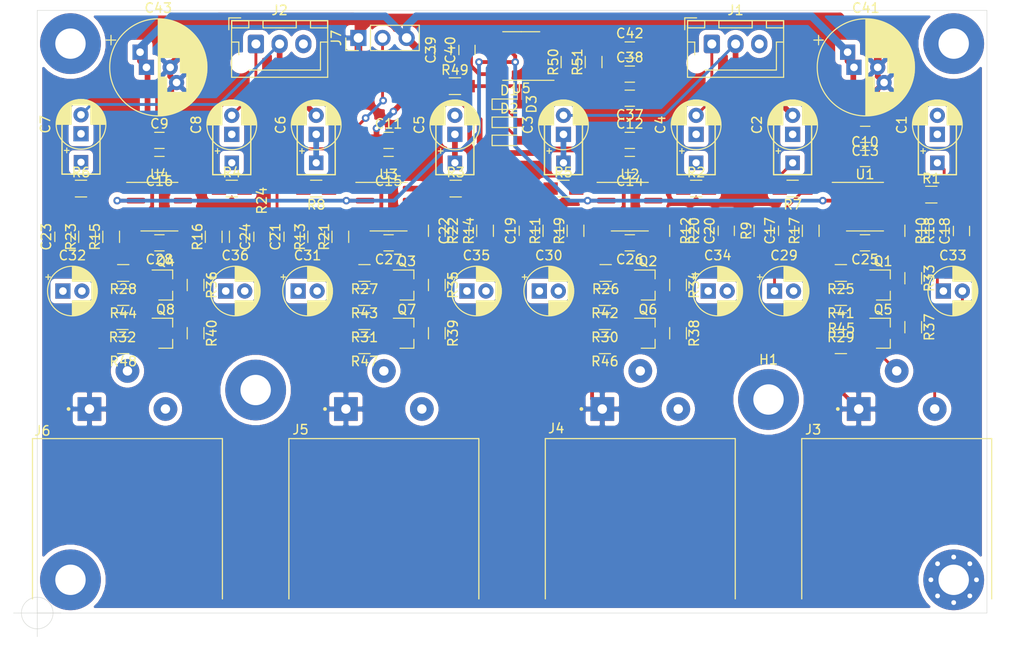
<source format=kicad_pcb>
(kicad_pcb (version 20171130) (host pcbnew "(5.1.9-0-10_14)")
  (layers (0 F.Cu signal) (31 B.Cu signal) (34 B.Paste user) (35 F.Paste user) (36 B.SilkS user) (37 F.SilkS user) (38 B.Mask user) (39 F.Mask user) (44 Edge.Cuts user))
  (net 0 "")
  (net 1 "Net-(C1-Pad1)")
  (net 2 "Net-(C1-Pad2)")
  (net 3 "Net-(C2-Pad1)")
  (net 4 "Net-(C2-Pad2)")
  (net 5 "Net-(C3-Pad1)")
  (net 6 "Net-(C4-Pad1)")
  (net 7 "Net-(C4-Pad2)")
  (net 8 "Net-(C5-Pad1)")
  (net 9 "Net-(C5-Pad2)")
  (net 10 "Net-(C6-Pad1)")
  (net 11 "Net-(C6-Pad2)")
  (net 12 "Net-(C7-Pad1)")
  (net 13 "Net-(C8-Pad1)")
  (net 14 "Net-(C8-Pad2)")
  (net 15 GNDA)
  (net 16 +12V)
  (net 17 "Net-(C17-Pad2)")
  (net 18 "Net-(C17-Pad1)")
  (net 19 "Net-(C18-Pad2)")
  (net 20 "Net-(C18-Pad1)")
  (net 21 "Net-(C19-Pad2)")
  (net 22 "Net-(C19-Pad1)")
  (net 23 "Net-(C20-Pad1)")
  (net 24 "Net-(C20-Pad2)")
  (net 25 "Net-(C21-Pad1)")
  (net 26 "Net-(C21-Pad2)")
  (net 27 "Net-(C22-Pad1)")
  (net 28 "Net-(C22-Pad2)")
  (net 29 "Net-(C23-Pad1)")
  (net 30 "Net-(C23-Pad2)")
  (net 31 "Net-(C24-Pad2)")
  (net 32 "Net-(C24-Pad1)")
  (net 33 "Net-(C29-Pad2)")
  (net 34 "Net-(C30-Pad2)")
  (net 35 "Net-(C31-Pad2)")
  (net 36 "Net-(C32-Pad2)")
  (net 37 "Net-(C33-Pad2)")
  (net 38 "Net-(C34-Pad2)")
  (net 39 "Net-(C35-Pad2)")
  (net 40 "Net-(C36-Pad2)")
  (net 41 "Net-(D1-Pad1)")
  (net 42 "Net-(D2-Pad1)")
  (net 43 /COLD2)
  (net 44 /HOT2)
  (net 45 /HOT3)
  (net 46 /COLD3)
  (net 47 /HOT0)
  (net 48 /COLD0)
  (net 49 /COLD1)
  (net 50 /HOT1)
  (net 51 /MUTE)
  (net 52 Earth)
  (net 53 "Net-(Q1-Pad1)")
  (net 54 "Net-(Q2-Pad1)")
  (net 55 "Net-(Q3-Pad1)")
  (net 56 "Net-(Q4-Pad1)")
  (net 57 "Net-(Q5-Pad1)")
  (net 58 "Net-(Q6-Pad1)")
  (net 59 "Net-(Q7-Pad1)")
  (net 60 "Net-(Q8-Pad1)")
  (net 61 "Net-(R17-Pad2)")
  (net 62 "Net-(R18-Pad1)")
  (net 63 "Net-(R19-Pad2)")
  (net 64 "Net-(R20-Pad1)")
  (net 65 "Net-(R21-Pad2)")
  (net 66 "Net-(R22-Pad1)")
  (net 67 "Net-(R23-Pad2)")
  (net 68 "Net-(R24-Pad1)")
  (net 69 "Net-(R51-Pad1)")
  (net 70 +5VA)
  (net 71 "Net-(C37-Pad2)")
  (net 72 "Net-(C38-Pad1)")
  (net 73 "Net-(C42-Pad1)")
  (module Myfootprints:CP_Combo_D5.0mm_P2-5mm (layer F.Cu) (at 144.78 99.06 90)
    (fp_text reference C1 (at 1 -3.75 90) (layer F.SilkS))
    (fp_text value 2.2uF/16)
    (pad 1 thru_hole rect (at 0 0 90) (size 1.6 1.6) (drill 0.8) (layers *.Cu *.Mask) (net 1 "Net-(C1-Pad1)"))
    (pad 2 thru_hole circle (at 2 0 90) (size 1.6 1.6) (drill 0.8) (layers *.Cu *.Mask) (net 2 "Net-(C1-Pad2)"))
    (pad 1 thru_hole rect (at -3 0 90) (size 1.524 1.524) (drill 0.762) (layers *.Cu *.Mask) (net 1 "Net-(C1-Pad1)"))
  )
  (module Myfootprints:CP_Combo_D5.0mm_P2-5mm (layer F.Cu) (at 129.54 99.06 90)
    (fp_text reference C2 (at 1 -3.75 90) (layer F.SilkS))
    (fp_text value 2.2uF/16)
    (pad 1 thru_hole rect (at 0 0 90) (size 1.6 1.6) (drill 0.8) (layers *.Cu *.Mask) (net 3 "Net-(C2-Pad1)"))
    (pad 2 thru_hole circle (at 2 0 90) (size 1.6 1.6) (drill 0.8) (layers *.Cu *.Mask) (net 4 "Net-(C2-Pad2)"))
    (pad 1 thru_hole rect (at -3 0 90) (size 1.524 1.524) (drill 0.762) (layers *.Cu *.Mask) (net 3 "Net-(C2-Pad1)"))
  )
  (module Myfootprints:CP_Combo_D5.0mm_P2-5mm (layer F.Cu) (at 105.41 99.06 90)
    (fp_text reference C3 (at 1 -3.75 90) (layer F.SilkS))
    (fp_text value 2.2uF/16)
    (pad 1 thru_hole rect (at -3 0 90) (size 1.524 1.524) (drill 0.762) (layers *.Cu *.Mask) (net 5 "Net-(C3-Pad1)"))
    (pad 2 thru_hole circle (at 2 0 90) (size 1.6 1.6) (drill 0.8) (layers *.Cu *.Mask) (net 4 "Net-(C2-Pad2)"))
    (pad 1 thru_hole rect (at 0 0 90) (size 1.6 1.6) (drill 0.8) (layers *.Cu *.Mask) (net 5 "Net-(C3-Pad1)"))
  )
  (module Myfootprints:CP_Combo_D5.0mm_P2-5mm (layer F.Cu) (at 119.38 99.06 90)
    (fp_text reference C4 (at 1 -3.75 90) (layer F.SilkS))
    (fp_text value 2.2uF/16)
    (pad 1 thru_hole rect (at 0 0 90) (size 1.6 1.6) (drill 0.8) (layers *.Cu *.Mask) (net 6 "Net-(C4-Pad1)"))
    (pad 2 thru_hole circle (at 2 0 90) (size 1.6 1.6) (drill 0.8) (layers *.Cu *.Mask) (net 7 "Net-(C4-Pad2)"))
    (pad 1 thru_hole rect (at -3 0 90) (size 1.524 1.524) (drill 0.762) (layers *.Cu *.Mask) (net 6 "Net-(C4-Pad1)"))
  )
  (module Myfootprints:CP_Combo_D5.0mm_P2-5mm (layer F.Cu) (at 93.98 99.06 90)
    (fp_text reference C5 (at 1 -3.75 90) (layer F.SilkS))
    (fp_text value 2.2uF/16)
    (pad 1 thru_hole rect (at -3 0 90) (size 1.524 1.524) (drill 0.762) (layers *.Cu *.Mask) (net 8 "Net-(C5-Pad1)"))
    (pad 2 thru_hole circle (at 2 0 90) (size 1.6 1.6) (drill 0.8) (layers *.Cu *.Mask) (net 9 "Net-(C5-Pad2)"))
    (pad 1 thru_hole rect (at 0 0 90) (size 1.6 1.6) (drill 0.8) (layers *.Cu *.Mask) (net 8 "Net-(C5-Pad1)"))
  )
  (module Myfootprints:CP_Combo_D5.0mm_P2-5mm (layer F.Cu) (at 79.375 99.06 90)
    (fp_text reference C6 (at 1 -3.75 90) (layer F.SilkS))
    (fp_text value 2.2uF/16)
    (pad 1 thru_hole rect (at -3 0 90) (size 1.524 1.524) (drill 0.762) (layers *.Cu *.Mask) (net 10 "Net-(C6-Pad1)"))
    (pad 2 thru_hole circle (at 2 0 90) (size 1.6 1.6) (drill 0.8) (layers *.Cu *.Mask) (net 11 "Net-(C6-Pad2)"))
    (pad 1 thru_hole rect (at 0 0 90) (size 1.6 1.6) (drill 0.8) (layers *.Cu *.Mask) (net 10 "Net-(C6-Pad1)"))
  )
  (module Myfootprints:CP_Combo_D5.0mm_P2-5mm (layer F.Cu) (at 54.61 99 90)
    (fp_text reference C7 (at 1 -3.75 90) (layer F.SilkS))
    (fp_text value 2.2uF/16)
    (pad 1 thru_hole rect (at 0 0 90) (size 1.6 1.6) (drill 0.8) (layers *.Cu *.Mask) (net 12 "Net-(C7-Pad1)"))
    (pad 2 thru_hole circle (at 2 0 90) (size 1.6 1.6) (drill 0.8) (layers *.Cu *.Mask) (net 11 "Net-(C6-Pad2)"))
    (pad 1 thru_hole rect (at -3 0 90) (size 1.524 1.524) (drill 0.762) (layers *.Cu *.Mask) (net 12 "Net-(C7-Pad1)"))
  )
  (module Myfootprints:CP_Combo_D5.0mm_P2-5mm (layer F.Cu) (at 70.485 99.06 90)
    (fp_text reference C8 (at 1 -3.75 90) (layer F.SilkS))
    (fp_text value 2.2uF/16)
    (pad 1 thru_hole rect (at -3 0 90) (size 1.524 1.524) (drill 0.762) (layers *.Cu *.Mask) (net 13 "Net-(C8-Pad1)"))
    (pad 2 thru_hole circle (at 2 0 90) (size 1.6 1.6) (drill 0.8) (layers *.Cu *.Mask) (net 14 "Net-(C8-Pad2)"))
    (pad 1 thru_hole rect (at 0 0 90) (size 1.6 1.6) (drill 0.8) (layers *.Cu *.Mask) (net 13 "Net-(C8-Pad1)"))
  )
  (module Capacitors_SMD:C_0805_HandSoldering (layer F.Cu) (at 62.865 99.695)
    (fp_text reference C9 (at 0 -1.75) (layer F.SilkS))
    (fp_text value 10u/25V)
    (pad 2 smd rect (at 1.25 0) (size 1.5 1.25) (layers F.Cu F.Paste F.Mask) (net 15 GNDA))
    (pad 1 smd rect (at -1.25 0) (size 1.5 1.25) (layers F.Cu F.Paste F.Mask) (net 16 +12V))
  )
  (module Capacitors_SMD:C_0805_HandSoldering (layer F.Cu) (at 137.16 101.6)
    (fp_text reference C10 (at 0 -1.75) (layer F.SilkS))
    (fp_text value 10u/25V)
    (pad 2 smd rect (at 1.25 0) (size 1.5 1.25) (layers F.Cu F.Paste F.Mask) (net 15 GNDA))
    (pad 1 smd rect (at -1.25 0) (size 1.5 1.25) (layers F.Cu F.Paste F.Mask) (net 16 +12V))
  )
  (module Capacitors_SMD:C_0805_HandSoldering (layer F.Cu) (at 86.995 99.695)
    (fp_text reference C11 (at 0 -1.75) (layer F.SilkS))
    (fp_text value 10u/25V)
    (pad 1 smd rect (at -1.25 0) (size 1.5 1.25) (layers F.Cu F.Paste F.Mask) (net 16 +12V))
    (pad 2 smd rect (at 1.25 0) (size 1.5 1.25) (layers F.Cu F.Paste F.Mask) (net 15 GNDA))
  )
  (module Capacitors_SMD:C_0805_HandSoldering (layer F.Cu) (at 112.395 99.695)
    (fp_text reference C12 (at 0 -1.75) (layer F.SilkS))
    (fp_text value 10u/25V)
    (pad 2 smd rect (at 1.25 0) (size 1.5 1.25) (layers F.Cu F.Paste F.Mask) (net 15 GNDA))
    (pad 1 smd rect (at -1.25 0) (size 1.5 1.25) (layers F.Cu F.Paste F.Mask) (net 16 +12V))
  )
  (module Capacitors_SMD:C_0805_HandSoldering (layer F.Cu) (at 137.18 99.06 180)
    (fp_text reference C13 (at 0 -1.75) (layer F.SilkS))
    (fp_text value 100n)
    (pad 1 smd rect (at -1.25 0 180) (size 1.5 1.25) (layers F.Cu F.Paste F.Mask) (net 15 GNDA))
    (pad 2 smd rect (at 1.25 0 180) (size 1.5 1.25) (layers F.Cu F.Paste F.Mask) (net 16 +12V))
  )
  (module Capacitors_SMD:C_0805_HandSoldering (layer F.Cu) (at 112.395 102.235 180)
    (fp_text reference C14 (at 0 -1.75) (layer F.SilkS))
    (fp_text value 100n)
    (pad 2 smd rect (at 1.25 0 180) (size 1.5 1.25) (layers F.Cu F.Paste F.Mask) (net 16 +12V))
    (pad 1 smd rect (at -1.25 0 180) (size 1.5 1.25) (layers F.Cu F.Paste F.Mask) (net 15 GNDA))
  )
  (module Capacitors_SMD:C_0805_HandSoldering (layer F.Cu) (at 86.995 102.235 180)
    (fp_text reference C15 (at 0 -1.75) (layer F.SilkS))
    (fp_text value 100n)
    (pad 2 smd rect (at 1.25 0 180) (size 1.5 1.25) (layers F.Cu F.Paste F.Mask) (net 16 +12V))
    (pad 1 smd rect (at -1.25 0 180) (size 1.5 1.25) (layers F.Cu F.Paste F.Mask) (net 15 GNDA))
  )
  (module Capacitors_SMD:C_0805_HandSoldering (layer F.Cu) (at 62.865 102.235 180)
    (fp_text reference C16 (at 0 -1.75) (layer F.SilkS))
    (fp_text value 100n)
    (pad 2 smd rect (at 1.25 0 180) (size 1.5 1.25) (layers F.Cu F.Paste F.Mask) (net 16 +12V))
    (pad 1 smd rect (at -1.25 0 180) (size 1.5 1.25) (layers F.Cu F.Paste F.Mask) (net 15 GNDA))
  )
  (module Capacitors_SMD:C_0805_HandSoldering (layer F.Cu) (at 128.905 109.22 90)
    (fp_text reference C17 (at 0 -1.75 90) (layer F.SilkS))
    (fp_text value 100pF)
    (pad 2 smd rect (at 1.25 0 90) (size 1.5 1.25) (layers F.Cu F.Paste F.Mask) (net 17 "Net-(C17-Pad2)"))
    (pad 1 smd rect (at -1.25 0 90) (size 1.5 1.25) (layers F.Cu F.Paste F.Mask) (net 18 "Net-(C17-Pad1)"))
  )
  (module Capacitors_SMD:C_0805_HandSoldering (layer F.Cu) (at 147.32 109.24 90)
    (fp_text reference C18 (at 0 -1.75 90) (layer F.SilkS))
    (fp_text value 100pF)
    (pad 2 smd rect (at 1.25 0 90) (size 1.5 1.25) (layers F.Cu F.Paste F.Mask) (net 19 "Net-(C18-Pad2)"))
    (pad 1 smd rect (at -1.25 0 90) (size 1.5 1.25) (layers F.Cu F.Paste F.Mask) (net 20 "Net-(C18-Pad1)"))
  )
  (module Capacitors_SMD:C_0805_HandSoldering (layer F.Cu) (at 101.6 109.22 90)
    (fp_text reference C19 (at 0 -1.75 90) (layer F.SilkS))
    (fp_text value 100pF)
    (pad 2 smd rect (at 1.25 0 90) (size 1.5 1.25) (layers F.Cu F.Paste F.Mask) (net 21 "Net-(C19-Pad2)"))
    (pad 1 smd rect (at -1.25 0 90) (size 1.5 1.25) (layers F.Cu F.Paste F.Mask) (net 22 "Net-(C19-Pad1)"))
  )
  (module Capacitors_SMD:C_0805_HandSoldering (layer F.Cu) (at 122.555 109.22 90)
    (fp_text reference C20 (at 0 -1.75 90) (layer F.SilkS))
    (fp_text value 100pF)
    (pad 1 smd rect (at -1.25 0 90) (size 1.5 1.25) (layers F.Cu F.Paste F.Mask) (net 23 "Net-(C20-Pad1)"))
    (pad 2 smd rect (at 1.25 0 90) (size 1.5 1.25) (layers F.Cu F.Paste F.Mask) (net 24 "Net-(C20-Pad2)"))
  )
  (module Capacitors_SMD:C_0805_HandSoldering (layer F.Cu) (at 76.835 109.855 90)
    (fp_text reference C21 (at 0 -1.75 90) (layer F.SilkS))
    (fp_text value 100pF)
    (pad 1 smd rect (at -1.25 0 90) (size 1.5 1.25) (layers F.Cu F.Paste F.Mask) (net 25 "Net-(C21-Pad1)"))
    (pad 2 smd rect (at 1.25 0 90) (size 1.5 1.25) (layers F.Cu F.Paste F.Mask) (net 26 "Net-(C21-Pad2)"))
  )
  (module Capacitors_SMD:C_0805_HandSoldering (layer F.Cu) (at 94.615 109.22 90)
    (fp_text reference C22 (at 0 -1.75 90) (layer F.SilkS))
    (fp_text value 100pF)
    (pad 1 smd rect (at -1.25 0 90) (size 1.5 1.25) (layers F.Cu F.Paste F.Mask) (net 27 "Net-(C22-Pad1)"))
    (pad 2 smd rect (at 1.25 0 90) (size 1.5 1.25) (layers F.Cu F.Paste F.Mask) (net 28 "Net-(C22-Pad2)"))
  )
  (module Capacitors_SMD:C_0805_HandSoldering (layer F.Cu) (at 52.705 109.855 90)
    (fp_text reference C23 (at 0 -1.75 90) (layer F.SilkS))
    (fp_text value 100pF)
    (pad 1 smd rect (at -1.25 0 90) (size 1.5 1.25) (layers F.Cu F.Paste F.Mask) (net 29 "Net-(C23-Pad1)"))
    (pad 2 smd rect (at 1.25 0 90) (size 1.5 1.25) (layers F.Cu F.Paste F.Mask) (net 30 "Net-(C23-Pad2)"))
  )
  (module Capacitors_SMD:C_0805_HandSoldering (layer F.Cu) (at 73.66 109.855 90)
    (fp_text reference C24 (at 0 -1.75 90) (layer F.SilkS))
    (fp_text value 100pF)
    (pad 2 smd rect (at 1.25 0 90) (size 1.5 1.25) (layers F.Cu F.Paste F.Mask) (net 31 "Net-(C24-Pad2)"))
    (pad 1 smd rect (at -1.25 0 90) (size 1.5 1.25) (layers F.Cu F.Paste F.Mask) (net 32 "Net-(C24-Pad1)"))
  )
  (module Capacitors_SMD:C_0805_HandSoldering (layer F.Cu) (at 137.16 110.49 180)
    (fp_text reference C25 (at 0 -1.75) (layer F.SilkS))
    (fp_text value 100pF)
    (pad 1 smd rect (at -1.25 0 180) (size 1.5 1.25) (layers F.Cu F.Paste F.Mask) (net 20 "Net-(C18-Pad1)"))
    (pad 2 smd rect (at 1.25 0 180) (size 1.5 1.25) (layers F.Cu F.Paste F.Mask) (net 18 "Net-(C17-Pad1)"))
  )
  (module Capacitors_SMD:C_0805_HandSoldering (layer F.Cu) (at 112.395 110.49 180)
    (fp_text reference C26 (at 0 -1.75) (layer F.SilkS))
    (fp_text value 100pF)
    (pad 1 smd rect (at -1.25 0 180) (size 1.5 1.25) (layers F.Cu F.Paste F.Mask) (net 23 "Net-(C20-Pad1)"))
    (pad 2 smd rect (at 1.25 0 180) (size 1.5 1.25) (layers F.Cu F.Paste F.Mask) (net 22 "Net-(C19-Pad1)"))
  )
  (module Capacitors_SMD:C_0805_HandSoldering (layer F.Cu) (at 86.995 110.49 180)
    (fp_text reference C27 (at 0 -1.75) (layer F.SilkS))
    (fp_text value 100pF)
    (pad 1 smd rect (at -1.25 0 180) (size 1.5 1.25) (layers F.Cu F.Paste F.Mask) (net 27 "Net-(C22-Pad1)"))
    (pad 2 smd rect (at 1.25 0 180) (size 1.5 1.25) (layers F.Cu F.Paste F.Mask) (net 25 "Net-(C21-Pad1)"))
  )
  (module Capacitors_SMD:C_0805_HandSoldering (layer F.Cu) (at 62.865 110.49 180)
    (fp_text reference C28 (at 0 -1.75) (layer F.SilkS))
    (fp_text value 100pF)
    (pad 1 smd rect (at -1.25 0 180) (size 1.5 1.25) (layers F.Cu F.Paste F.Mask) (net 32 "Net-(C24-Pad1)"))
    (pad 2 smd rect (at 1.25 0 180) (size 1.5 1.25) (layers F.Cu F.Paste F.Mask) (net 29 "Net-(C23-Pad1)"))
  )
  (module Capacitor_THT:CP_Radial_D5.0mm_P2.00mm (layer F.Cu) (at 127.635 115.57)
    (fp_text reference C29 (at 1 -3.75) (layer F.SilkS))
    (fp_text value 10u/16V)
    (pad 2 thru_hole circle (at 2 0) (size 1.6 1.6) (drill 0.8) (layers *.Cu *.Mask) (net 33 "Net-(C29-Pad2)"))
    (pad 1 thru_hole rect (at 0 0) (size 1.6 1.6) (drill 0.8) (layers *.Cu *.Mask) (net 18 "Net-(C17-Pad1)"))
  )
  (module Capacitor_THT:CP_Radial_D5.0mm_P2.00mm (layer F.Cu) (at 102.87 115.57)
    (fp_text reference C30 (at 1 -3.75) (layer F.SilkS))
    (fp_text value 10u/16V)
    (pad 1 thru_hole rect (at 0 0) (size 1.6 1.6) (drill 0.8) (layers *.Cu *.Mask) (net 22 "Net-(C19-Pad1)"))
    (pad 2 thru_hole circle (at 2 0) (size 1.6 1.6) (drill 0.8) (layers *.Cu *.Mask) (net 34 "Net-(C30-Pad2)"))
  )
  (module Capacitor_THT:CP_Radial_D5.0mm_P2.00mm (layer F.Cu) (at 77.47 115.57)
    (fp_text reference C31 (at 1 -3.75) (layer F.SilkS))
    (fp_text value 10u/16V)
    (pad 1 thru_hole rect (at 0 0) (size 1.6 1.6) (drill 0.8) (layers *.Cu *.Mask) (net 25 "Net-(C21-Pad1)"))
    (pad 2 thru_hole circle (at 2 0) (size 1.6 1.6) (drill 0.8) (layers *.Cu *.Mask) (net 35 "Net-(C31-Pad2)"))
  )
  (module Capacitor_THT:CP_Radial_D5.0mm_P2.00mm (layer F.Cu) (at 52.705 115.57)
    (fp_text reference C32 (at 1 -3.75) (layer F.SilkS))
    (fp_text value 10u/16V)
    (pad 1 thru_hole rect (at 0 0) (size 1.6 1.6) (drill 0.8) (layers *.Cu *.Mask) (net 29 "Net-(C23-Pad1)"))
    (pad 2 thru_hole circle (at 2 0) (size 1.6 1.6) (drill 0.8) (layers *.Cu *.Mask) (net 36 "Net-(C32-Pad2)"))
  )
  (module Capacitor_THT:CP_Radial_D5.0mm_P2.00mm (layer F.Cu) (at 145.415 115.57)
    (fp_text reference C33 (at 1 -3.75) (layer F.SilkS))
    (fp_text value 10u/16V)
    (pad 1 thru_hole rect (at 0 0) (size 1.6 1.6) (drill 0.8) (layers *.Cu *.Mask) (net 20 "Net-(C18-Pad1)"))
    (pad 2 thru_hole circle (at 2 0) (size 1.6 1.6) (drill 0.8) (layers *.Cu *.Mask) (net 37 "Net-(C33-Pad2)"))
  )
  (module Capacitor_THT:CP_Radial_D5.0mm_P2.00mm (layer F.Cu) (at 120.65 115.57)
    (fp_text reference C34 (at 1 -3.75) (layer F.SilkS))
    (fp_text value 10u/16V)
    (pad 2 thru_hole circle (at 2 0) (size 1.6 1.6) (drill 0.8) (layers *.Cu *.Mask) (net 38 "Net-(C34-Pad2)"))
    (pad 1 thru_hole rect (at 0 0) (size 1.6 1.6) (drill 0.8) (layers *.Cu *.Mask) (net 23 "Net-(C20-Pad1)"))
  )
  (module Capacitor_THT:CP_Radial_D5.0mm_P2.00mm (layer F.Cu) (at 95.25 115.57)
    (fp_text reference C35 (at 1 -3.75) (layer F.SilkS))
    (fp_text value 10u/16V)
    (pad 2 thru_hole circle (at 2 0) (size 1.6 1.6) (drill 0.8) (layers *.Cu *.Mask) (net 39 "Net-(C35-Pad2)"))
    (pad 1 thru_hole rect (at 0 0) (size 1.6 1.6) (drill 0.8) (layers *.Cu *.Mask) (net 27 "Net-(C22-Pad1)"))
  )
  (module Capacitor_THT:CP_Radial_D5.0mm_P2.00mm (layer F.Cu) (at 69.85 115.57)
    (fp_text reference C36 (at 1 -3.75) (layer F.SilkS))
    (fp_text value 10u/16V)
    (pad 2 thru_hole circle (at 2 0) (size 1.6 1.6) (drill 0.8) (layers *.Cu *.Mask) (net 40 "Net-(C36-Pad2)"))
    (pad 1 thru_hole rect (at 0 0) (size 1.6 1.6) (drill 0.8) (layers *.Cu *.Mask) (net 32 "Net-(C24-Pad1)"))
  )
  (module Capacitors_SMD:C_0805_HandSoldering (layer F.Cu) (at 112.395 92.71)
    (fp_text reference C38 (at 0 -1.75) (layer F.SilkS))
    (fp_text value 1uF)
    (pad 2 smd rect (at 1.25 0) (size 1.5 1.25) (layers F.Cu F.Paste F.Mask) (net 15 GNDA))
    (pad 1 smd rect (at -1.25 0) (size 1.5 1.25) (layers F.Cu F.Paste F.Mask) (net 72 "Net-(C38-Pad1)"))
  )
  (module Capacitors_SMD:C_0805_HandSoldering (layer F.Cu) (at 92.71 90.17 90)
    (fp_text reference C39 (at 0 -1.27 90) (layer F.SilkS))
    (fp_text value 10u/25V)
    (pad 2 smd rect (at 1.25 0 90) (size 1.5 1.25) (layers F.Cu F.Paste F.Mask) (net 15 GNDA))
    (pad 1 smd rect (at -1.25 0 90) (size 1.5 1.25) (layers F.Cu F.Paste F.Mask) (net 16 +12V))
  )
  (module Capacitors_SMD:C_0805_HandSoldering (layer F.Cu) (at 95.25 90.17 90)
    (fp_text reference C40 (at 0 -1.75 90) (layer F.SilkS))
    (fp_text value 0.1uF)
    (pad 1 smd rect (at -1.25 0 90) (size 1.5 1.25) (layers F.Cu F.Paste F.Mask) (net 16 +12V))
    (pad 2 smd rect (at 1.25 0 90) (size 1.5 1.25) (layers F.Cu F.Paste F.Mask) (net 15 GNDA))
  )
  (module Capacitor_THT:CP_Radial_D10.0mm_P2.50mm_P5.00mm (layer F.Cu) (at 136 92)
    (fp_text reference C41 (at 1.25 -6.25) (layer F.SilkS))
    (fp_text value 330uF/16V)
    (pad 1 thru_hole rect (at 0 0) (size 1.6 1.6) (drill 0.8) (layers *.Cu *.Mask) (net 16 +12V))
    (pad 2 thru_hole circle (at 2.5 0) (size 1.6 1.6) (drill 0.8) (layers *.Cu *.Mask) (net 15 GNDA))
    (pad 1 thru_hole rect (at -0.670937 -1.6) (size 1.6 1.6) (drill 0.8) (layers *.Cu *.Mask) (net 16 +12V))
    (pad 2 thru_hole circle (at 3.170937 1.6) (size 1.6 1.6) (drill 0.8) (layers *.Cu *.Mask) (net 15 GNDA))
  )
  (module Capacitors_SMD:C_0805_HandSoldering (layer F.Cu) (at 112.395 90.17)
    (fp_text reference C42 (at 0 -1.75) (layer F.SilkS))
    (fp_text value 10uF)
    (pad 2 smd rect (at 1.25 0) (size 1.5 1.25) (layers F.Cu F.Paste F.Mask) (net 15 GNDA))
    (pad 1 smd rect (at -1.25 0) (size 1.5 1.25) (layers F.Cu F.Paste F.Mask) (net 73 "Net-(C42-Pad1)"))
  )
  (module Capacitor_THT:CP_Radial_D10.0mm_P2.50mm_P5.00mm (layer F.Cu) (at 61.5 92)
    (fp_text reference C43 (at 1.25 -6.25) (layer F.SilkS))
    (fp_text value 330uF/16V)
    (pad 2 thru_hole circle (at 3.170937 1.6) (size 1.6 1.6) (drill 0.8) (layers *.Cu *.Mask) (net 15 GNDA))
    (pad 1 thru_hole rect (at -0.670937 -1.6) (size 1.6 1.6) (drill 0.8) (layers *.Cu *.Mask) (net 16 +12V))
    (pad 2 thru_hole circle (at 2.5 0) (size 1.6 1.6) (drill 0.8) (layers *.Cu *.Mask) (net 15 GNDA))
    (pad 1 thru_hole rect (at 0 0) (size 1.6 1.6) (drill 0.8) (layers *.Cu *.Mask) (net 16 +12V))
  )
  (module Capacitors_SMD:C_0805_HandSoldering (layer F.Cu) (at 112.395 95.25 180)
    (fp_text reference C37 (at 0 -1.75) (layer F.SilkS))
    (fp_text value 0.1uF)
    (pad 1 smd rect (at -1.25 0 180) (size 1.5 1.25) (layers F.Cu F.Paste F.Mask) (net 15 GNDA))
    (pad 2 smd rect (at 1.25 0 180) (size 1.5 1.25) (layers F.Cu F.Paste F.Mask) (net 71 "Net-(C37-Pad2)"))
  )
  (module LEDs:LED_0603_HandSoldering (layer F.Cu) (at 99.695 95.885)
    (fp_text reference D1 (at 0 -1.45) (layer F.SilkS))
    (fp_text value LED_GRN)
    (pad 2 smd rect (at 1.1 0) (size 1.2 0.9) (layers F.Cu F.Paste F.Mask) (net 71 "Net-(C37-Pad2)"))
    (pad 1 smd rect (at -1.1 0) (size 1.2 0.9) (layers F.Cu F.Paste F.Mask) (net 41 "Net-(D1-Pad1)"))
  )
  (module LEDs:LED_0603_HandSoldering (layer F.Cu) (at 99.695 97.79)
    (fp_text reference D2 (at 0 -1.45) (layer F.SilkS))
    (fp_text value LED_GRN)
    (pad 2 smd rect (at 1.1 0) (size 1.2 0.9) (layers F.Cu F.Paste F.Mask) (net 41 "Net-(D1-Pad1)"))
    (pad 1 smd rect (at -1.1 0) (size 1.2 0.9) (layers F.Cu F.Paste F.Mask) (net 42 "Net-(D2-Pad1)"))
  )
  (module LEDs:LED_0603_HandSoldering (layer F.Cu) (at 99.695 99.695)
    (fp_text reference D3 (at 2.36 -3.81 270) (layer F.SilkS))
    (fp_text value LED_GRN)
    (pad 1 smd rect (at -1.1 0) (size 1.2 0.9) (layers F.Cu F.Paste F.Mask) (net 15 GNDA))
    (pad 2 smd rect (at 1.1 0) (size 1.2 0.9) (layers F.Cu F.Paste F.Mask) (net 42 "Net-(D2-Pad1)"))
  )
  (module Mounting_Holes:MountingHole_3.2mm_M3_Pad (layer F.Cu) (at 127 127)
    (fp_text reference H1 (at 0 -4.2) (layer F.SilkS))
    (fp_text value MountingHole)
    (pad 1 thru_hole circle (at 0 0) (size 6.4 6.4) (drill 3.2) (layers *.Cu *.Mask))
  )
  (module Mounting_Holes:MountingHole_3.2mm_M3_Pad (layer F.Cu) (at 53.5 89.5)
    (fp_text reference H2 hide)
    (fp_text value MountingHole)
    (pad 1 thru_hole circle (at 0 0) (size 6.4 6.4) (drill 3.2) (layers *.Cu *.Mask))
  )
  (module Mounting_Holes:MountingHole_3.2mm_M3_Pad (layer F.Cu) (at 146.5 89.5)
    (fp_text reference H3 hide)
    (fp_text value MountingHole)
    (pad 1 thru_hole circle (at 0 0) (size 6.4 6.4) (drill 3.2) (layers *.Cu *.Mask))
  )
  (module Connector_JST:JST_XH_B3B-XH-AM_1x03_P2.50mm_Vertical (layer F.Cu) (at 121.031 89.535)
    (fp_text reference J1 (at 2.5 -3.55) (layer F.SilkS))
    (fp_text value B3B-EH)
    (pad "" np_thru_hole circle (at -1.6 2) (size 1.2 1.2) (drill 1.2) (layers *.Cu *.Mask))
    (pad 3 thru_hole oval (at 5 0) (size 1.7 1.95) (drill 0.95) (layers *.Cu *.Mask) (net 2 "Net-(C1-Pad2)"))
    (pad 2 thru_hole oval (at 2.5 0) (size 1.7 1.95) (drill 0.95) (layers *.Cu *.Mask) (net 4 "Net-(C2-Pad2)"))
    (pad 1 thru_hole roundrect (at 0 0) (size 1.7 1.95) (drill 0.95) (layers *.Cu *.Mask) (roundrect_rratio 0.147059) (net 7 "Net-(C4-Pad2)"))
  )
  (module Connector_JST:JST_XH_B3B-XH-AM_1x03_P2.50mm_Vertical (layer F.Cu) (at 73.025 89.535)
    (fp_text reference J2 (at 2.5 -3.55) (layer F.SilkS))
    (fp_text value B3B-EH)
    (pad 1 thru_hole roundrect (at 0 0) (size 1.7 1.95) (drill 0.95) (layers *.Cu *.Mask) (roundrect_rratio 0.147059) (net 14 "Net-(C8-Pad2)"))
    (pad 2 thru_hole oval (at 2.5 0) (size 1.7 1.95) (drill 0.95) (layers *.Cu *.Mask) (net 11 "Net-(C6-Pad2)"))
    (pad 3 thru_hole oval (at 5 0) (size 1.7 1.95) (drill 0.95) (layers *.Cu *.Mask) (net 9 "Net-(C5-Pad2)"))
    (pad "" np_thru_hole circle (at -1.6 2) (size 1.2 1.2) (drill 1.2) (layers *.Cu *.Mask))
  )
  (module Myfootprints:SWITCHCRAFT_PD3MRMS2 (layer F.Cu) (at 140.5 128)
    (fp_text reference J3 (at -8.801 2.175) (layer F.SilkS))
    (fp_text value PD3MRMS2)
    (pad 3 thru_hole circle (at 0 -4.01) (size 2.5 2.5) (drill 0.99) (layers *.Cu *.Mask) (net 48 /COLD0))
    (pad 2 thru_hole circle (at 4 0) (size 2.5 2.5) (drill 0.99) (layers *.Cu *.Mask) (net 47 /HOT0))
    (pad 1 thru_hole rect (at -4 0) (size 2.5 2.5) (drill 0.99) (layers *.Cu *.Mask) (net 15 GNDA))
  )
  (module Myfootprints:SWITCHCRAFT_PD3MRMS2 (layer F.Cu) (at 113.5 128)
    (fp_text reference J4 (at -8.852 2.048) (layer F.SilkS))
    (fp_text value PD3MRMS2)
    (pad 1 thru_hole rect (at -4 0) (size 2.5 2.5) (drill 0.99) (layers *.Cu *.Mask) (net 15 GNDA))
    (pad 2 thru_hole circle (at 4 0) (size 2.5 2.5) (drill 0.99) (layers *.Cu *.Mask) (net 50 /HOT1))
    (pad 3 thru_hole circle (at 0 -4.01) (size 2.5 2.5) (drill 0.99) (layers *.Cu *.Mask) (net 49 /COLD1))
  )
  (module Myfootprints:SWITCHCRAFT_PD3MRMS2 (layer F.Cu) (at 86.5 128)
    (fp_text reference J5 (at -8.776 2.175) (layer F.SilkS))
    (fp_text value PD3MRMS2)
    (pad 1 thru_hole rect (at -4 0) (size 2.5 2.5) (drill 0.99) (layers *.Cu *.Mask) (net 15 GNDA))
    (pad 2 thru_hole circle (at 4 0) (size 2.5 2.5) (drill 0.99) (layers *.Cu *.Mask) (net 44 /HOT2))
    (pad 3 thru_hole circle (at 0 -4.01) (size 2.5 2.5) (drill 0.99) (layers *.Cu *.Mask) (net 43 /COLD2))
  )
  (module Myfootprints:SWITCHCRAFT_PD3MRMS2 (layer F.Cu) (at 59.5 128)
    (fp_text reference J6 (at -8.954 2.302) (layer F.SilkS))
    (fp_text value PD3MRMS2)
    (pad 3 thru_hole circle (at 0 -4.01) (size 2.5 2.5) (drill 0.99) (layers *.Cu *.Mask) (net 46 /COLD3))
    (pad 2 thru_hole circle (at 4 0) (size 2.5 2.5) (drill 0.99) (layers *.Cu *.Mask) (net 45 /HOT3))
    (pad 1 thru_hole rect (at -4 0) (size 2.5 2.5) (drill 0.99) (layers *.Cu *.Mask) (net 15 GNDA))
  )
  (module Connector_PinHeader_2.54mm:PinHeader_1x03_P2.54mm_Vertical (layer F.Cu) (at 83.82 88.9 90)
    (fp_text reference J7 (at 0 -2.33 90) (layer F.SilkS))
    (fp_text value Conn_01x03)
    (pad 1 thru_hole rect (at 0 0 90) (size 1.7 1.7) (drill 1) (layers *.Cu *.Mask) (net 15 GNDA))
    (pad 2 thru_hole oval (at 0 2.54 90) (size 1.7 1.7) (drill 1) (layers *.Cu *.Mask) (net 51 /MUTE))
    (pad 3 thru_hole oval (at 0 5.08 90) (size 1.7 1.7) (drill 1) (layers *.Cu *.Mask) (net 16 +12V))
  )
  (module Mounting_Holes:MountingHole_3.2mm_M3_Pad_Via (layer F.Cu) (at 146.5 146)
    (fp_text reference MH1 hide)
    (fp_text value MountingHole_Pad)
    (pad 1 thru_hole circle (at 1.697056 -1.697056) (size 0.8 0.8) (drill 0.5) (layers *.Cu *.Mask) (net 52 Earth))
    (pad 1 thru_hole circle (at 0 -2.4) (size 0.8 0.8) (drill 0.5) (layers *.Cu *.Mask) (net 52 Earth))
    (pad 1 thru_hole circle (at -1.697056 -1.697056) (size 0.8 0.8) (drill 0.5) (layers *.Cu *.Mask) (net 52 Earth))
    (pad 1 thru_hole circle (at -2.4 0) (size 0.8 0.8) (drill 0.5) (layers *.Cu *.Mask) (net 52 Earth))
    (pad 1 thru_hole circle (at -1.697056 1.697056) (size 0.8 0.8) (drill 0.5) (layers *.Cu *.Mask) (net 52 Earth))
    (pad 1 thru_hole circle (at 0 2.4) (size 0.8 0.8) (drill 0.5) (layers *.Cu *.Mask) (net 52 Earth))
    (pad 1 thru_hole circle (at 1.697056 1.697056) (size 0.8 0.8) (drill 0.5) (layers *.Cu *.Mask) (net 52 Earth))
    (pad 1 thru_hole circle (at 2.4 0) (size 0.8 0.8) (drill 0.5) (layers *.Cu *.Mask) (net 52 Earth))
    (pad 1 thru_hole circle (at 0 0) (size 6.4 6.4) (drill 3.2) (layers *.Cu *.Mask) (net 52 Earth))
  )
  (module TO_SOT_Packages_SMD:SOT-23 (layer F.Cu) (at 139.065 114.935)
    (fp_text reference Q1 (at 0 -2.5) (layer F.SilkS))
    (fp_text value 2SC3326)
    (pad 3 smd rect (at 1 0) (size 0.9 0.8) (layers F.Cu F.Paste F.Mask) (net 15 GNDA))
    (pad 2 smd rect (at -1 0.95) (size 0.9 0.8) (layers F.Cu F.Paste F.Mask) (net 47 /HOT0))
    (pad 1 smd rect (at -1 -0.95) (size 0.9 0.8) (layers F.Cu F.Paste F.Mask) (net 53 "Net-(Q1-Pad1)"))
  )
  (module TO_SOT_Packages_SMD:SOT-23 (layer F.Cu) (at 114.3 114.935)
    (fp_text reference Q2 (at 0 -2.5) (layer F.SilkS))
    (fp_text value 2SC3326)
    (pad 3 smd rect (at 1 0) (size 0.9 0.8) (layers F.Cu F.Paste F.Mask) (net 15 GNDA))
    (pad 2 smd rect (at -1 0.95) (size 0.9 0.8) (layers F.Cu F.Paste F.Mask) (net 50 /HOT1))
    (pad 1 smd rect (at -1 -0.95) (size 0.9 0.8) (layers F.Cu F.Paste F.Mask) (net 54 "Net-(Q2-Pad1)"))
  )
  (module TO_SOT_Packages_SMD:SOT-23 (layer F.Cu) (at 88.9 114.935)
    (fp_text reference Q3 (at 0 -2.5) (layer F.SilkS))
    (fp_text value 2SC3326)
    (pad 3 smd rect (at 1 0) (size 0.9 0.8) (layers F.Cu F.Paste F.Mask) (net 15 GNDA))
    (pad 2 smd rect (at -1 0.95) (size 0.9 0.8) (layers F.Cu F.Paste F.Mask) (net 44 /HOT2))
    (pad 1 smd rect (at -1 -0.95) (size 0.9 0.8) (layers F.Cu F.Paste F.Mask) (net 55 "Net-(Q3-Pad1)"))
  )
  (module TO_SOT_Packages_SMD:SOT-23 (layer F.Cu) (at 63.5 114.935)
    (fp_text reference Q4 (at 0 -2.5) (layer F.SilkS))
    (fp_text value 2SC3326)
    (pad 1 smd rect (at -1 -0.95) (size 0.9 0.8) (layers F.Cu F.Paste F.Mask) (net 56 "Net-(Q4-Pad1)"))
    (pad 2 smd rect (at -1 0.95) (size 0.9 0.8) (layers F.Cu F.Paste F.Mask) (net 45 /HOT3))
    (pad 3 smd rect (at 1 0) (size 0.9 0.8) (layers F.Cu F.Paste F.Mask) (net 15 GNDA))
  )
  (module TO_SOT_Packages_SMD:SOT-23 (layer F.Cu) (at 139.065 120.015)
    (fp_text reference Q5 (at 0 -2.5) (layer F.SilkS))
    (fp_text value 2SC3326)
    (pad 1 smd rect (at -1 -0.95) (size 0.9 0.8) (layers F.Cu F.Paste F.Mask) (net 57 "Net-(Q5-Pad1)"))
    (pad 2 smd rect (at -1 0.95) (size 0.9 0.8) (layers F.Cu F.Paste F.Mask) (net 48 /COLD0))
    (pad 3 smd rect (at 1 0) (size 0.9 0.8) (layers F.Cu F.Paste F.Mask) (net 15 GNDA))
  )
  (module TO_SOT_Packages_SMD:SOT-23 (layer F.Cu) (at 114.3 120.015)
    (fp_text reference Q6 (at 0 -2.5) (layer F.SilkS))
    (fp_text value 2SC3326)
    (pad 3 smd rect (at 1 0) (size 0.9 0.8) (layers F.Cu F.Paste F.Mask) (net 15 GNDA))
    (pad 2 smd rect (at -1 0.95) (size 0.9 0.8) (layers F.Cu F.Paste F.Mask) (net 49 /COLD1))
    (pad 1 smd rect (at -1 -0.95) (size 0.9 0.8) (layers F.Cu F.Paste F.Mask) (net 58 "Net-(Q6-Pad1)"))
  )
  (module TO_SOT_Packages_SMD:SOT-23 (layer F.Cu) (at 88.9 120.015)
    (fp_text reference Q7 (at 0 -2.5) (layer F.SilkS))
    (fp_text value 2SC3326)
    (pad 1 smd rect (at -1 -0.95) (size 0.9 0.8) (layers F.Cu F.Paste F.Mask) (net 59 "Net-(Q7-Pad1)"))
    (pad 2 smd rect (at -1 0.95) (size 0.9 0.8) (layers F.Cu F.Paste F.Mask) (net 43 /COLD2))
    (pad 3 smd rect (at 1 0) (size 0.9 0.8) (layers F.Cu F.Paste F.Mask) (net 15 GNDA))
  )
  (module TO_SOT_Packages_SMD:SOT-23 (layer F.Cu) (at 63.5 120.015)
    (fp_text reference Q8 (at 0 -2.5) (layer F.SilkS))
    (fp_text value 2SC3326)
    (pad 1 smd rect (at -1 -0.95) (size 0.9 0.8) (layers F.Cu F.Paste F.Mask) (net 60 "Net-(Q8-Pad1)"))
    (pad 2 smd rect (at -1 0.95) (size 0.9 0.8) (layers F.Cu F.Paste F.Mask) (net 46 /COLD3))
    (pad 3 smd rect (at 1 0) (size 0.9 0.8) (layers F.Cu F.Paste F.Mask) (net 15 GNDA))
  )
  (module Resistors_SMD:R_0805_HandSoldering (layer F.Cu) (at 144.145 105.41)
    (fp_text reference R1 (at 0 -1.7) (layer F.SilkS))
    (fp_text value 10k)
    (pad 1 smd rect (at -1.35 0) (size 1.5 1.3) (layers F.Cu F.Paste F.Mask) (net 19 "Net-(C18-Pad2)"))
    (pad 2 smd rect (at 1.35 0) (size 1.5 1.3) (layers F.Cu F.Paste F.Mask) (net 1 "Net-(C1-Pad1)"))
  )
  (module Resistors_SMD:R_0805_HandSoldering (layer F.Cu) (at 119.38 104.775)
    (fp_text reference R2 (at 0 -1.7) (layer F.SilkS))
    (fp_text value 10k)
    (pad 2 smd rect (at 1.35 0) (size 1.5 1.3) (layers F.Cu F.Paste F.Mask) (net 6 "Net-(C4-Pad1)"))
    (pad 1 smd rect (at -1.35 0) (size 1.5 1.3) (layers F.Cu F.Paste F.Mask) (net 24 "Net-(C20-Pad2)"))
  )
  (module Resistors_SMD:R_0805_HandSoldering (layer F.Cu) (at 94.06 104.775)
    (fp_text reference R3 (at 0 -1.7) (layer F.SilkS))
    (fp_text value 10k)
    (pad 1 smd rect (at -1.35 0) (size 1.5 1.3) (layers F.Cu F.Paste F.Mask) (net 28 "Net-(C22-Pad2)"))
    (pad 2 smd rect (at 1.35 0) (size 1.5 1.3) (layers F.Cu F.Paste F.Mask) (net 8 "Net-(C5-Pad1)"))
  )
  (module Resistors_SMD:R_0805_HandSoldering (layer F.Cu) (at 70.485 104.775)
    (fp_text reference R4 (at 0 -1.7) (layer F.SilkS))
    (fp_text value 10k)
    (pad 1 smd rect (at -1.35 0) (size 1.5 1.3) (layers F.Cu F.Paste F.Mask) (net 31 "Net-(C24-Pad2)"))
    (pad 2 smd rect (at 1.35 0) (size 1.5 1.3) (layers F.Cu F.Paste F.Mask) (net 13 "Net-(C8-Pad1)"))
  )
  (module Resistors_SMD:R_0805_HandSoldering (layer F.Cu) (at 105.41 104.775)
    (fp_text reference R5 (at 0 -1.7) (layer F.SilkS))
    (fp_text value 10k)
    (pad 2 smd rect (at 1.35 0) (size 1.5 1.3) (layers F.Cu F.Paste F.Mask) (net 21 "Net-(C19-Pad2)"))
    (pad 1 smd rect (at -1.35 0) (size 1.5 1.3) (layers F.Cu F.Paste F.Mask) (net 5 "Net-(C3-Pad1)"))
  )
  (module Resistors_SMD:R_0805_HandSoldering (layer F.Cu) (at 54.61 104.775)
    (fp_text reference R6 (at 0 -1.7) (layer F.SilkS))
    (fp_text value 10k)
    (pad 2 smd rect (at 1.35 0) (size 1.5 1.3) (layers F.Cu F.Paste F.Mask) (net 30 "Net-(C23-Pad2)"))
    (pad 1 smd rect (at -1.35 0) (size 1.5 1.3) (layers F.Cu F.Paste F.Mask) (net 12 "Net-(C7-Pad1)"))
  )
  (module Resistors_SMD:R_0805_HandSoldering (layer F.Cu) (at 129.54 104.775 180)
    (fp_text reference R7 (at 0 -1.7) (layer F.SilkS))
    (fp_text value 10k)
    (pad 2 smd rect (at 1.35 0 180) (size 1.5 1.3) (layers F.Cu F.Paste F.Mask) (net 3 "Net-(C2-Pad1)"))
    (pad 1 smd rect (at -1.35 0 180) (size 1.5 1.3) (layers F.Cu F.Paste F.Mask) (net 17 "Net-(C17-Pad2)"))
  )
  (module Resistors_SMD:R_0805_HandSoldering (layer F.Cu) (at 79.375 104.775 180)
    (fp_text reference R8 (at 0 -1.7) (layer F.SilkS))
    (fp_text value 10k)
    (pad 2 smd rect (at 1.35 0 180) (size 1.5 1.3) (layers F.Cu F.Paste F.Mask) (net 10 "Net-(C6-Pad1)"))
    (pad 1 smd rect (at -1.35 0 180) (size 1.5 1.3) (layers F.Cu F.Paste F.Mask) (net 26 "Net-(C21-Pad2)"))
  )
  (module Resistors_SMD:R_0805_HandSoldering (layer F.Cu) (at 126.365 109.22 90)
    (fp_text reference R9 (at 0 -1.7 90) (layer F.SilkS))
    (fp_text value 4.7k)
    (pad 1 smd rect (at -1.35 0 90) (size 1.5 1.3) (layers F.Cu F.Paste F.Mask) (net 18 "Net-(C17-Pad1)"))
    (pad 2 smd rect (at 1.35 0 90) (size 1.5 1.3) (layers F.Cu F.Paste F.Mask) (net 17 "Net-(C17-Pad2)"))
  )
  (module Resistors_SMD:R_0805_HandSoldering (layer F.Cu) (at 144.78 109.22 90)
    (fp_text reference R10 (at 0 -1.7 90) (layer F.SilkS))
    (fp_text value 20k)
    (pad 2 smd rect (at 1.35 0 90) (size 1.5 1.3) (layers F.Cu F.Paste F.Mask) (net 19 "Net-(C18-Pad2)"))
    (pad 1 smd rect (at -1.35 0 90) (size 1.5 1.3) (layers F.Cu F.Paste F.Mask) (net 20 "Net-(C18-Pad1)"))
  )
  (module Resistors_SMD:R_0805_HandSoldering (layer F.Cu) (at 104.14 109.22 90)
    (fp_text reference R11 (at 0 -1.7 90) (layer F.SilkS))
    (fp_text value 4.7k)
    (pad 1 smd rect (at -1.35 0 90) (size 1.5 1.3) (layers F.Cu F.Paste F.Mask) (net 22 "Net-(C19-Pad1)"))
    (pad 2 smd rect (at 1.35 0 90) (size 1.5 1.3) (layers F.Cu F.Paste F.Mask) (net 21 "Net-(C19-Pad2)"))
  )
  (module Resistors_SMD:R_0805_HandSoldering (layer F.Cu) (at 120.015 109.22 90)
    (fp_text reference R12 (at 0 -1.7 90) (layer F.SilkS))
    (fp_text value 20k)
    (pad 1 smd rect (at -1.35 0 90) (size 1.5 1.3) (layers F.Cu F.Paste F.Mask) (net 23 "Net-(C20-Pad1)"))
    (pad 2 smd rect (at 1.35 0 90) (size 1.5 1.3) (layers F.Cu F.Paste F.Mask) (net 24 "Net-(C20-Pad2)"))
  )
  (module Resistors_SMD:R_0805_HandSoldering (layer F.Cu) (at 79.375 109.855 90)
    (fp_text reference R13 (at 0 -1.7 90) (layer F.SilkS))
    (fp_text value 4.7k)
    (pad 1 smd rect (at -1.35 0 90) (size 1.5 1.3) (layers F.Cu F.Paste F.Mask) (net 25 "Net-(C21-Pad1)"))
    (pad 2 smd rect (at 1.35 0 90) (size 1.5 1.3) (layers F.Cu F.Paste F.Mask) (net 26 "Net-(C21-Pad2)"))
  )
  (module Resistors_SMD:R_0805_HandSoldering (layer F.Cu) (at 97.155 109.22 90)
    (fp_text reference R14 (at 0 -1.7 90) (layer F.SilkS))
    (fp_text value 20k)
    (pad 1 smd rect (at -1.35 0 90) (size 1.5 1.3) (layers F.Cu F.Paste F.Mask) (net 27 "Net-(C22-Pad1)"))
    (pad 2 smd rect (at 1.35 0 90) (size 1.5 1.3) (layers F.Cu F.Paste F.Mask) (net 28 "Net-(C22-Pad2)"))
  )
  (module Resistors_SMD:R_0805_HandSoldering (layer F.Cu) (at 57.785 109.855 90)
    (fp_text reference R15 (at 0 -1.7 90) (layer F.SilkS))
    (fp_text value 4.7k)
    (pad 1 smd rect (at -1.35 0 90) (size 1.5 1.3) (layers F.Cu F.Paste F.Mask) (net 29 "Net-(C23-Pad1)"))
    (pad 2 smd rect (at 1.35 0 90) (size 1.5 1.3) (layers F.Cu F.Paste F.Mask) (net 30 "Net-(C23-Pad2)"))
  )
  (module Resistors_SMD:R_0805_HandSoldering (layer F.Cu) (at 68.58 109.855 90)
    (fp_text reference R16 (at 0 -1.7 90) (layer F.SilkS))
    (fp_text value 20k)
    (pad 1 smd rect (at -1.35 0 90) (size 1.5 1.3) (layers F.Cu F.Paste F.Mask) (net 32 "Net-(C24-Pad1)"))
    (pad 2 smd rect (at 1.35 0 90) (size 1.5 1.3) (layers F.Cu F.Paste F.Mask) (net 31 "Net-(C24-Pad2)"))
  )
  (module Resistors_SMD:R_0805_HandSoldering (layer F.Cu) (at 131.445 109.22 90)
    (fp_text reference R17 (at 0 -1.7 90) (layer F.SilkS))
    (fp_text value 620R)
    (pad 2 smd rect (at 1.35 0 90) (size 1.5 1.3) (layers F.Cu F.Paste F.Mask) (net 61 "Net-(R17-Pad2)"))
    (pad 1 smd rect (at -1.35 0 90) (size 1.5 1.3) (layers F.Cu F.Paste F.Mask) (net 18 "Net-(C17-Pad1)"))
  )
  (module Resistors_SMD:R_0805_HandSoldering (layer F.Cu) (at 142.24 109.22 270)
    (fp_text reference R18 (at 0 -1.7 90) (layer F.SilkS))
    (fp_text value 620R)
    (pad 2 smd rect (at 1.35 0 270) (size 1.5 1.3) (layers F.Cu F.Paste F.Mask) (net 20 "Net-(C18-Pad1)"))
    (pad 1 smd rect (at -1.35 0 270) (size 1.5 1.3) (layers F.Cu F.Paste F.Mask) (net 62 "Net-(R18-Pad1)"))
  )
  (module Resistors_SMD:R_0805_HandSoldering (layer F.Cu) (at 106.68 109.22 90)
    (fp_text reference R19 (at 0 -1.7 90) (layer F.SilkS))
    (fp_text value 620R)
    (pad 2 smd rect (at 1.35 0 90) (size 1.5 1.3) (layers F.Cu F.Paste F.Mask) (net 63 "Net-(R19-Pad2)"))
    (pad 1 smd rect (at -1.35 0 90) (size 1.5 1.3) (layers F.Cu F.Paste F.Mask) (net 22 "Net-(C19-Pad1)"))
  )
  (module Resistors_SMD:R_0805_HandSoldering (layer F.Cu) (at 117.475 109.22 270)
    (fp_text reference R20 (at 0 -1.7 90) (layer F.SilkS))
    (fp_text value 620R)
    (pad 2 smd rect (at 1.35 0 270) (size 1.5 1.3) (layers F.Cu F.Paste F.Mask) (net 23 "Net-(C20-Pad1)"))
    (pad 1 smd rect (at -1.35 0 270) (size 1.5 1.3) (layers F.Cu F.Paste F.Mask) (net 64 "Net-(R20-Pad1)"))
  )
  (module Resistors_SMD:R_0805_HandSoldering (layer F.Cu) (at 81.915 109.855 90)
    (fp_text reference R21 (at 0 -1.7 90) (layer F.SilkS))
    (fp_text value 620R)
    (pad 2 smd rect (at 1.35 0 90) (size 1.5 1.3) (layers F.Cu F.Paste F.Mask) (net 65 "Net-(R21-Pad2)"))
    (pad 1 smd rect (at -1.35 0 90) (size 1.5 1.3) (layers F.Cu F.Paste F.Mask) (net 25 "Net-(C21-Pad1)"))
  )
  (module Resistors_SMD:R_0805_HandSoldering (layer F.Cu) (at 92.075 109.22 270)
    (fp_text reference R22 (at 0 -1.7 90) (layer F.SilkS))
    (fp_text value 620R)
    (pad 2 smd rect (at 1.35 0 270) (size 1.5 1.3) (layers F.Cu F.Paste F.Mask) (net 27 "Net-(C22-Pad1)"))
    (pad 1 smd rect (at -1.35 0 270) (size 1.5 1.3) (layers F.Cu F.Paste F.Mask) (net 66 "Net-(R22-Pad1)"))
  )
  (module Resistors_SMD:R_0805_HandSoldering (layer F.Cu) (at 55.245 109.855 90)
    (fp_text reference R23 (at 0 -1.7 90) (layer F.SilkS))
    (fp_text value 620R)
    (pad 2 smd rect (at 1.35 0 90) (size 1.5 1.3) (layers F.Cu F.Paste F.Mask) (net 67 "Net-(R23-Pad2)"))
    (pad 1 smd rect (at -1.35 0 90) (size 1.5 1.3) (layers F.Cu F.Paste F.Mask) (net 29 "Net-(C23-Pad1)"))
  )
  (module Resistors_SMD:R_0805_HandSoldering (layer F.Cu) (at 71.12 109.855 270)
    (fp_text reference R24 (at -3.81 -2.54 90) (layer F.SilkS))
    (fp_text value 620R)
    (pad 2 smd rect (at 1.35 0 270) (size 1.5 1.3) (layers F.Cu F.Paste F.Mask) (net 32 "Net-(C24-Pad1)"))
    (pad 1 smd rect (at -1.35 0 270) (size 1.5 1.3) (layers F.Cu F.Paste F.Mask) (net 68 "Net-(R24-Pad1)"))
  )
  (module Resistors_SMD:R_0805_HandSoldering (layer F.Cu) (at 134.62 113.665 180)
    (fp_text reference R25 (at 0 -1.7) (layer F.SilkS))
    (fp_text value 22k)
    (pad 2 smd rect (at 1.35 0 180) (size 1.5 1.3) (layers F.Cu F.Paste F.Mask) (net 51 /MUTE))
    (pad 1 smd rect (at -1.35 0 180) (size 1.5 1.3) (layers F.Cu F.Paste F.Mask) (net 53 "Net-(Q1-Pad1)"))
  )
  (module Resistors_SMD:R_0805_HandSoldering (layer F.Cu) (at 109.855 113.665 180)
    (fp_text reference R26 (at 0 -1.7) (layer F.SilkS))
    (fp_text value 22k)
    (pad 2 smd rect (at 1.35 0 180) (size 1.5 1.3) (layers F.Cu F.Paste F.Mask) (net 51 /MUTE))
    (pad 1 smd rect (at -1.35 0 180) (size 1.5 1.3) (layers F.Cu F.Paste F.Mask) (net 54 "Net-(Q2-Pad1)"))
  )
  (module Resistors_SMD:R_0805_HandSoldering (layer F.Cu) (at 84.455 113.665 180)
    (fp_text reference R27 (at 0 -1.7) (layer F.SilkS))
    (fp_text value 22k)
    (pad 1 smd rect (at -1.35 0 180) (size 1.5 1.3) (layers F.Cu F.Paste F.Mask) (net 55 "Net-(Q3-Pad1)"))
    (pad 2 smd rect (at 1.35 0 180) (size 1.5 1.3) (layers F.Cu F.Paste F.Mask) (net 51 /MUTE))
  )
  (module Resistors_SMD:R_0805_HandSoldering (layer F.Cu) (at 59.055 113.665 180)
    (fp_text reference R28 (at 0 -1.7) (layer F.SilkS))
    (fp_text value 22k)
    (pad 2 smd rect (at 1.35 0 180) (size 1.5 1.3) (layers F.Cu F.Paste F.Mask) (net 51 /MUTE))
    (pad 1 smd rect (at -1.35 0 180) (size 1.5 1.3) (layers F.Cu F.Paste F.Mask) (net 56 "Net-(Q4-Pad1)"))
  )
  (module Resistors_SMD:R_0805_HandSoldering (layer F.Cu) (at 134.62 118.745 180)
    (fp_text reference R29 (at 0 -1.7) (layer F.SilkS))
    (fp_text value 22k)
    (pad 1 smd rect (at -1.35 0 180) (size 1.5 1.3) (layers F.Cu F.Paste F.Mask) (net 57 "Net-(Q5-Pad1)"))
    (pad 2 smd rect (at 1.35 0 180) (size 1.5 1.3) (layers F.Cu F.Paste F.Mask) (net 51 /MUTE))
  )
  (module Resistors_SMD:R_0805_HandSoldering (layer F.Cu) (at 109.775 118.745 180)
    (fp_text reference R30 (at 0 -1.7) (layer F.SilkS))
    (fp_text value 22k)
    (pad 1 smd rect (at -1.35 0 180) (size 1.5 1.3) (layers F.Cu F.Paste F.Mask) (net 58 "Net-(Q6-Pad1)"))
    (pad 2 smd rect (at 1.35 0 180) (size 1.5 1.3) (layers F.Cu F.Paste F.Mask) (net 51 /MUTE))
  )
  (module Resistors_SMD:R_0805_HandSoldering (layer F.Cu) (at 84.455 118.745 180)
    (fp_text reference R31 (at 0 -1.7) (layer F.SilkS))
    (fp_text value 22k)
    (pad 2 smd rect (at 1.35 0 180) (size 1.5 1.3) (layers F.Cu F.Paste F.Mask) (net 51 /MUTE))
    (pad 1 smd rect (at -1.35 0 180) (size 1.5 1.3) (layers F.Cu F.Paste F.Mask) (net 59 "Net-(Q7-Pad1)"))
  )
  (module Resistors_SMD:R_0805_HandSoldering (layer F.Cu) (at 58.975 118.745 180)
    (fp_text reference R32 (at 0 -1.7) (layer F.SilkS))
    (fp_text value 22k)
    (pad 2 smd rect (at 1.35 0 180) (size 1.5 1.3) (layers F.Cu F.Paste F.Mask) (net 51 /MUTE))
    (pad 1 smd rect (at -1.35 0 180) (size 1.5 1.3) (layers F.Cu F.Paste F.Mask) (net 60 "Net-(Q8-Pad1)"))
  )
  (module Resistors_SMD:R_0805_HandSoldering (layer F.Cu) (at 142.24 114.22 270)
    (fp_text reference R33 (at 0 -1.7 90) (layer F.SilkS))
    (fp_text value 680R)
    (pad 1 smd rect (at -1.35 0 270) (size 1.5 1.3) (layers F.Cu F.Paste F.Mask) (net 33 "Net-(C29-Pad2)"))
    (pad 2 smd rect (at 1.35 0 270) (size 1.5 1.3) (layers F.Cu F.Paste F.Mask) (net 47 /HOT0))
  )
  (module Resistors_SMD:R_0805_HandSoldering (layer F.Cu) (at 117.475 114.935 270)
    (fp_text reference R34 (at 0 -1.7 90) (layer F.SilkS))
    (fp_text value 680R)
    (pad 1 smd rect (at -1.35 0 270) (size 1.5 1.3) (layers F.Cu F.Paste F.Mask) (net 34 "Net-(C30-Pad2)"))
    (pad 2 smd rect (at 1.35 0 270) (size 1.5 1.3) (layers F.Cu F.Paste F.Mask) (net 50 /HOT1))
  )
  (module Resistors_SMD:R_0805_HandSoldering (layer F.Cu) (at 92.075 114.935 270)
    (fp_text reference R35 (at 0 -1.7 90) (layer F.SilkS))
    (fp_text value 680R)
    (pad 1 smd rect (at -1.35 0 270) (size 1.5 1.3) (layers F.Cu F.Paste F.Mask) (net 35 "Net-(C31-Pad2)"))
    (pad 2 smd rect (at 1.35 0 270) (size 1.5 1.3) (layers F.Cu F.Paste F.Mask) (net 44 /HOT2))
  )
  (module Resistors_SMD:R_0805_HandSoldering (layer F.Cu) (at 66.675 114.935 270)
    (fp_text reference R36 (at 0 -1.7 90) (layer F.SilkS))
    (fp_text value 680R)
    (pad 2 smd rect (at 1.35 0 270) (size 1.5 1.3) (layers F.Cu F.Paste F.Mask) (net 45 /HOT3))
    (pad 1 smd rect (at -1.35 0 270) (size 1.5 1.3) (layers F.Cu F.Paste F.Mask) (net 36 "Net-(C32-Pad2)"))
  )
  (module Resistors_SMD:R_0805_HandSoldering (layer F.Cu) (at 142.24 119.38 270)
    (fp_text reference R37 (at 0 -1.7 90) (layer F.SilkS))
    (fp_text value 680R)
    (pad 2 smd rect (at 1.35 0 270) (size 1.5 1.3) (layers F.Cu F.Paste F.Mask) (net 48 /COLD0))
    (pad 1 smd rect (at -1.35 0 270) (size 1.5 1.3) (layers F.Cu F.Paste F.Mask) (net 37 "Net-(C33-Pad2)"))
  )
  (module Resistors_SMD:R_0805_HandSoldering (layer F.Cu) (at 117.475 120.015 270)
    (fp_text reference R38 (at 0 -1.7 90) (layer F.SilkS))
    (fp_text value 680R)
    (pad 1 smd rect (at -1.35 0 270) (size 1.5 1.3) (layers F.Cu F.Paste F.Mask) (net 38 "Net-(C34-Pad2)"))
    (pad 2 smd rect (at 1.35 0 270) (size 1.5 1.3) (layers F.Cu F.Paste F.Mask) (net 49 /COLD1))
  )
  (module Resistors_SMD:R_0805_HandSoldering (layer F.Cu) (at 92.075 120.015 270)
    (fp_text reference R39 (at 0 -1.7 90) (layer F.SilkS))
    (fp_text value 680R)
    (pad 2 smd rect (at 1.35 0 270) (size 1.5 1.3) (layers F.Cu F.Paste F.Mask) (net 43 /COLD2))
    (pad 1 smd rect (at -1.35 0 270) (size 1.5 1.3) (layers F.Cu F.Paste F.Mask) (net 39 "Net-(C35-Pad2)"))
  )
  (module Resistors_SMD:R_0805_HandSoldering (layer F.Cu) (at 66.675 120.015 270)
    (fp_text reference R40 (at 0 -1.7 90) (layer F.SilkS))
    (fp_text value 680R)
    (pad 2 smd rect (at 1.35 0 270) (size 1.5 1.3) (layers F.Cu F.Paste F.Mask) (net 46 /COLD3))
    (pad 1 smd rect (at -1.35 0 270) (size 1.5 1.3) (layers F.Cu F.Paste F.Mask) (net 40 "Net-(C36-Pad2)"))
  )
  (module Resistors_SMD:R_0805_HandSoldering (layer F.Cu) (at 134.62 116.205 180)
    (fp_text reference R41 (at 0 -1.7) (layer F.SilkS))
    (fp_text value 47k)
    (pad 2 smd rect (at 1.35 0 180) (size 1.5 1.3) (layers F.Cu F.Paste F.Mask) (net 15 GNDA))
    (pad 1 smd rect (at -1.35 0 180) (size 1.5 1.3) (layers F.Cu F.Paste F.Mask) (net 47 /HOT0))
  )
  (module Resistors_SMD:R_0805_HandSoldering (layer F.Cu) (at 109.775 116.205 180)
    (fp_text reference R42 (at 0 -1.7) (layer F.SilkS))
    (fp_text value 47k)
    (pad 2 smd rect (at 1.35 0 180) (size 1.5 1.3) (layers F.Cu F.Paste F.Mask) (net 15 GNDA))
    (pad 1 smd rect (at -1.35 0 180) (size 1.5 1.3) (layers F.Cu F.Paste F.Mask) (net 50 /HOT1))
  )
  (module Resistors_SMD:R_0805_HandSoldering (layer F.Cu) (at 84.455 116.205 180)
    (fp_text reference R43 (at 0 -1.7) (layer F.SilkS))
    (fp_text value 47k)
    (pad 2 smd rect (at 1.35 0 180) (size 1.5 1.3) (layers F.Cu F.Paste F.Mask) (net 15 GNDA))
    (pad 1 smd rect (at -1.35 0 180) (size 1.5 1.3) (layers F.Cu F.Paste F.Mask) (net 44 /HOT2))
  )
  (module Resistors_SMD:R_0805_HandSoldering (layer F.Cu) (at 59.055 116.205 180)
    (fp_text reference R44 (at 0 -1.7) (layer F.SilkS))
    (fp_text value 47k)
    (pad 1 smd rect (at -1.35 0 180) (size 1.5 1.3) (layers F.Cu F.Paste F.Mask) (net 45 /HOT3))
    (pad 2 smd rect (at 1.35 0 180) (size 1.5 1.3) (layers F.Cu F.Paste F.Mask) (net 15 GNDA))
  )
  (module Resistors_SMD:R_0805_HandSoldering (layer F.Cu) (at 134.62 121.285 180)
    (fp_text reference R45 (at -0.047 1.778) (layer F.SilkS))
    (fp_text value 47k)
    (pad 1 smd rect (at -1.35 0 180) (size 1.5 1.3) (layers F.Cu F.Paste F.Mask) (net 48 /COLD0))
    (pad 2 smd rect (at 1.35 0 180) (size 1.5 1.3) (layers F.Cu F.Paste F.Mask) (net 15 GNDA))
  )
  (module Resistors_SMD:R_0805_HandSoldering (layer F.Cu) (at 109.775 121.285 180)
    (fp_text reference R46 (at 0 -1.7) (layer F.SilkS))
    (fp_text value 47k)
    (pad 1 smd rect (at -1.35 0 180) (size 1.5 1.3) (layers F.Cu F.Paste F.Mask) (net 49 /COLD1))
    (pad 2 smd rect (at 1.35 0 180) (size 1.5 1.3) (layers F.Cu F.Paste F.Mask) (net 15 GNDA))
  )
  (module Resistors_SMD:R_0805_HandSoldering (layer F.Cu) (at 84.455 121.285 180)
    (fp_text reference R47 (at 0 -1.7) (layer F.SilkS))
    (fp_text value 47k)
    (pad 1 smd rect (at -1.35 0 180) (size 1.5 1.3) (layers F.Cu F.Paste F.Mask) (net 43 /COLD2))
    (pad 2 smd rect (at 1.35 0 180) (size 1.5 1.3) (layers F.Cu F.Paste F.Mask) (net 15 GNDA))
  )
  (module Resistors_SMD:R_0805_HandSoldering (layer F.Cu) (at 59.055 121.285 180)
    (fp_text reference R48 (at 0 -1.7) (layer F.SilkS))
    (fp_text value 47k)
    (pad 1 smd rect (at -1.35 0 180) (size 1.5 1.3) (layers F.Cu F.Paste F.Mask) (net 46 /COLD3))
    (pad 2 smd rect (at 1.35 0 180) (size 1.5 1.3) (layers F.Cu F.Paste F.Mask) (net 15 GNDA))
  )
  (module Resistors_SMD:R_0805_HandSoldering (layer F.Cu) (at 93.98 93.98)
    (fp_text reference R49 (at 0 -1.7) (layer F.SilkS))
    (fp_text value 1k)
    (pad 1 smd rect (at -1.35 0) (size 1.5 1.3) (layers F.Cu F.Paste F.Mask) (net 16 +12V))
    (pad 2 smd rect (at 1.35 0) (size 1.5 1.3) (layers F.Cu F.Paste F.Mask) (net 71 "Net-(C37-Pad2)"))
  )
  (module Resistors_SMD:R_0805_HandSoldering (layer F.Cu) (at 106.045 91.44 90)
    (fp_text reference R50 (at 0 -1.7 90) (layer F.SilkS))
    (fp_text value 47k)
    (pad 1 smd rect (at -1.35 0 90) (size 1.5 1.3) (layers F.Cu F.Paste F.Mask) (net 71 "Net-(C37-Pad2)"))
    (pad 2 smd rect (at 1.35 0 90) (size 1.5 1.3) (layers F.Cu F.Paste F.Mask) (net 72 "Net-(C38-Pad1)"))
  )
  (module Resistors_SMD:R_0805_HandSoldering (layer F.Cu) (at 108.585 91.44 90)
    (fp_text reference R51 (at 0 -1.7 90) (layer F.SilkS))
    (fp_text value 47k)
    (pad 1 smd rect (at -1.35 0 90) (size 1.5 1.3) (layers F.Cu F.Paste F.Mask) (net 69 "Net-(R51-Pad1)"))
    (pad 2 smd rect (at 1.35 0 90) (size 1.5 1.3) (layers F.Cu F.Paste F.Mask) (net 73 "Net-(C42-Pad1)"))
  )
  (module Package_SO:SOIC-8_3.9x4.9mm_P1.27mm (layer F.Cu) (at 137.16 106.68)
    (fp_text reference U1 (at 0 -3.4) (layer F.SilkS))
    (fp_text value OPA1611)
    (pad 1 smd roundrect (at -2.475 -1.905) (size 1.95 0.6) (layers F.Cu F.Paste F.Mask) (net 17 "Net-(C17-Pad2)"))
    (pad 2 smd roundrect (at -2.475 -0.635) (size 1.95 0.6) (layers F.Cu F.Paste F.Mask) (net 70 +5VA))
    (pad 3 smd roundrect (at -2.475 0.635) (size 1.95 0.6) (layers F.Cu F.Paste F.Mask) (net 16 +12V))
    (pad 4 smd roundrect (at -2.475 1.905) (size 1.95 0.6) (layers F.Cu F.Paste F.Mask) (net 61 "Net-(R17-Pad2)"))
    (pad 5 smd roundrect (at 2.475 1.905) (size 1.95 0.6) (layers F.Cu F.Paste F.Mask) (net 62 "Net-(R18-Pad1)"))
    (pad 6 smd roundrect (at 2.475 0.635) (size 1.95 0.6) (layers F.Cu F.Paste F.Mask) (net 15 GNDA))
    (pad 7 smd roundrect (at 2.475 -0.635) (size 1.95 0.6) (layers F.Cu F.Paste F.Mask))
    (pad 8 smd roundrect (at 2.475 -1.905) (size 1.95 0.6) (layers F.Cu F.Paste F.Mask) (net 19 "Net-(C18-Pad2)"))
  )
  (module Package_SO:SOIC-8_3.9x4.9mm_P1.27mm (layer F.Cu) (at 112.395 106.68)
    (fp_text reference U2 (at 0 -3.4) (layer F.SilkS))
    (fp_text value OPA1611)
    (pad 1 smd roundrect (at -2.475 -1.905) (size 1.95 0.6) (layers F.Cu F.Paste F.Mask) (net 21 "Net-(C19-Pad2)"))
    (pad 2 smd roundrect (at -2.475 -0.635) (size 1.95 0.6) (layers F.Cu F.Paste F.Mask) (net 70 +5VA))
    (pad 3 smd roundrect (at -2.475 0.635) (size 1.95 0.6) (layers F.Cu F.Paste F.Mask) (net 16 +12V))
    (pad 4 smd roundrect (at -2.475 1.905) (size 1.95 0.6) (layers F.Cu F.Paste F.Mask) (net 63 "Net-(R19-Pad2)"))
    (pad 5 smd roundrect (at 2.475 1.905) (size 1.95 0.6) (layers F.Cu F.Paste F.Mask) (net 64 "Net-(R20-Pad1)"))
    (pad 6 smd roundrect (at 2.475 0.635) (size 1.95 0.6) (layers F.Cu F.Paste F.Mask) (net 15 GNDA))
    (pad 7 smd roundrect (at 2.475 -0.635) (size 1.95 0.6) (layers F.Cu F.Paste F.Mask))
    (pad 8 smd roundrect (at 2.475 -1.905) (size 1.95 0.6) (layers F.Cu F.Paste F.Mask) (net 24 "Net-(C20-Pad2)"))
  )
  (module Package_SO:SOIC-8_3.9x4.9mm_P1.27mm (layer F.Cu) (at 86.995 106.68)
    (fp_text reference U3 (at 0 -3.4) (layer F.SilkS))
    (fp_text value OPA1611)
    (pad 1 smd roundrect (at -2.475 -1.905) (size 1.95 0.6) (layers F.Cu F.Paste F.Mask) (net 26 "Net-(C21-Pad2)"))
    (pad 2 smd roundrect (at -2.475 -0.635) (size 1.95 0.6) (layers F.Cu F.Paste F.Mask) (net 70 +5VA))
    (pad 3 smd roundrect (at -2.475 0.635) (size 1.95 0.6) (layers F.Cu F.Paste F.Mask) (net 16 +12V))
    (pad 4 smd roundrect (at -2.475 1.905) (size 1.95 0.6) (layers F.Cu F.Paste F.Mask) (net 65 "Net-(R21-Pad2)"))
    (pad 5 smd roundrect (at 2.475 1.905) (size 1.95 0.6) (layers F.Cu F.Paste F.Mask) (net 66 "Net-(R22-Pad1)"))
    (pad 6 smd roundrect (at 2.475 0.635) (size 1.95 0.6) (layers F.Cu F.Paste F.Mask) (net 15 GNDA))
    (pad 7 smd roundrect (at 2.475 -0.635) (size 1.95 0.6) (layers F.Cu F.Paste F.Mask))
    (pad 8 smd roundrect (at 2.475 -1.905) (size 1.95 0.6) (layers F.Cu F.Paste F.Mask) (net 28 "Net-(C22-Pad2)"))
  )
  (module Package_SO:SOIC-8_3.9x4.9mm_P1.27mm (layer F.Cu) (at 62.865 106.68)
    (fp_text reference U4 (at 0 -3.4) (layer F.SilkS))
    (fp_text value OPA1611)
    (pad 8 smd roundrect (at 2.475 -1.905) (size 1.95 0.6) (layers F.Cu F.Paste F.Mask) (net 31 "Net-(C24-Pad2)"))
    (pad 7 smd roundrect (at 2.475 -0.635) (size 1.95 0.6) (layers F.Cu F.Paste F.Mask))
    (pad 6 smd roundrect (at 2.475 0.635) (size 1.95 0.6) (layers F.Cu F.Paste F.Mask) (net 15 GNDA))
    (pad 5 smd roundrect (at 2.475 1.905) (size 1.95 0.6) (layers F.Cu F.Paste F.Mask) (net 68 "Net-(R24-Pad1)"))
    (pad 4 smd roundrect (at -2.475 1.905) (size 1.95 0.6) (layers F.Cu F.Paste F.Mask) (net 67 "Net-(R23-Pad2)"))
    (pad 3 smd roundrect (at -2.475 0.635) (size 1.95 0.6) (layers F.Cu F.Paste F.Mask) (net 16 +12V))
    (pad 2 smd roundrect (at -2.475 -0.635) (size 1.95 0.6) (layers F.Cu F.Paste F.Mask) (net 70 +5VA))
    (pad 1 smd roundrect (at -2.475 -1.905) (size 1.95 0.6) (layers F.Cu F.Paste F.Mask) (net 30 "Net-(C23-Pad2)"))
  )
  (module Package_SO:SOIC-8_3.9x4.9mm_P1.27mm (layer F.Cu) (at 100.965 90.805 180)
    (fp_text reference U5 (at 0 -3.4) (layer F.SilkS))
    (fp_text value OPA1611)
    (pad 8 smd roundrect (at 2.475 -1.905 180) (size 1.95 0.6) (layers F.Cu F.Paste F.Mask) (net 16 +12V))
    (pad 7 smd roundrect (at 2.475 -0.635 180) (size 1.95 0.6) (layers F.Cu F.Paste F.Mask) (net 70 +5VA))
    (pad 6 smd roundrect (at 2.475 0.635 180) (size 1.95 0.6) (layers F.Cu F.Paste F.Mask) (net 70 +5VA))
    (pad 5 smd roundrect (at 2.475 1.905 180) (size 1.95 0.6) (layers F.Cu F.Paste F.Mask) (net 73 "Net-(C42-Pad1)"))
    (pad 4 smd roundrect (at -2.475 1.905 180) (size 1.95 0.6) (layers F.Cu F.Paste F.Mask) (net 15 GNDA))
    (pad 3 smd roundrect (at -2.475 0.635 180) (size 1.95 0.6) (layers F.Cu F.Paste F.Mask) (net 72 "Net-(C38-Pad1)"))
    (pad 2 smd roundrect (at -2.475 -0.635 180) (size 1.95 0.6) (layers F.Cu F.Paste F.Mask) (net 69 "Net-(R51-Pad1)"))
    (pad 1 smd roundrect (at -2.475 -1.905 180) (size 1.95 0.6) (layers F.Cu F.Paste F.Mask) (net 69 "Net-(R51-Pad1)"))
  )
  (module Mounting_Holes:MountingHole_3.2mm_M3_Pad (layer F.Cu) (at 73 126)
    (fp_text reference H4 hide)
    (fp_text value MountingHole)
    (pad 1 thru_hole circle (at 0 0) (size 6.4 6.4) (drill 3.2) (layers *.Cu *.Mask))
  )
  (module Mounting_Holes:MountingHole_3.2mm_M3_Pad (layer F.Cu) (at 53.5 146)
    (fp_text reference H5 hide)
    (fp_text value MountingHole)
    (pad 1 thru_hole circle (at 0 0) (size 6.4 6.4) (drill 3.2) (layers *.Cu *.Mask))
  )
  (target plus (at 50 149.5) (size 5) (width 0.05) (layer Edge.Cuts))
  (gr_line (start 150 86) (end 50 86) (layer Edge.Cuts) (width 0.05))
  (gr_line (start 150 149.5) (end 150 86) (layer Edge.Cuts) (width 0.05))
  (gr_line (start 50 149.5) (end 150 149.5) (layer Edge.Cuts) (width 0.05))
  (gr_line (start 50 86) (end 50 149.5) (layer Edge.Cuts) (width 0.05))
  (segment (start 145.495 102.775) (end 144.78 102.06) (width 0.3) (layer F.Cu) (net 1))
  (segment (start 145.495 105.41) (end 145.495 102.775) (width 0.3) (layer F.Cu) (net 1))
  (segment (start 128.19 103.41) (end 129.54 102.06) (width 0.3) (layer F.Cu) (net 3))
  (segment (start 128.19 104.775) (end 128.19 103.41) (width 0.3) (layer F.Cu) (net 3))
  (segment (start 123.531 91.051) (end 129.54 97.06) (width 0.6) (layer F.Cu) (net 4))
  (segment (start 123.531 89.535) (end 123.531 91.051) (width 0.6) (layer F.Cu) (net 4))
  (segment (start 116.006 97.06) (end 123.531 89.535) (width 0.3) (layer B.Cu) (net 4))
  (segment (start 105.41 97.06) (end 116.006 97.06) (width 0.3) (layer B.Cu) (net 4))
  (segment (start 105.41 99.06) (end 105.41 102.06) (width 0.6) (layer B.Cu) (net 5))
  (segment (start 121.031 95.409) (end 119.38 97.06) (width 0.3) (layer F.Cu) (net 7))
  (segment (start 121.031 89.535) (end 121.031 95.409) (width 0.3) (layer F.Cu) (net 7))
  (segment (start 93.98 99.06) (end 93.98 102.06) (width 0.6) (layer F.Cu) (net 8))
  (segment (start 78.025 89.535) (end 78.025 88.853) (width 0.6) (layer F.Cu) (net 9))
  (segment (start 79.375 99.06) (end 79.375 102.06) (width 0.6) (layer B.Cu) (net 10))
  (segment (start 75.525 93.21) (end 79.375 97.06) (width 0.6) (layer F.Cu) (net 11))
  (segment (start 75.525 89.535) (end 75.525 93.21) (width 0.6) (layer F.Cu) (net 11))
  (segment (start 69.150001 95.909999) (end 75.525 89.535) (width 0.3) (layer B.Cu) (net 11))
  (segment (start 55.700001 95.909999) (end 69.150001 95.909999) (width 0.3) (layer B.Cu) (net 11))
  (segment (start 54.61 97) (end 55.700001 95.909999) (width 0.3) (layer B.Cu) (net 11))
  (segment (start 73.025 94.52) (end 70.485 97.06) (width 0.3) (layer F.Cu) (net 14))
  (segment (start 73.025 89.535) (end 73.025 94.52) (width 0.3) (layer F.Cu) (net 14))
  (segment (start 134.54 120.015) (end 133.27 121.285) (width 0.4) (layer F.Cu) (net 15))
  (segment (start 140.065 120.015) (end 134.54 120.015) (width 0.4) (layer F.Cu) (net 15))
  (segment (start 134.54 114.935) (end 133.27 116.205) (width 0.4) (layer F.Cu) (net 15))
  (segment (start 140.065 114.935) (end 134.54 114.935) (width 0.4) (layer F.Cu) (net 15))
  (segment (start 134.747 119.808) (end 134.54 120.015) (width 0.3) (layer F.Cu) (net 15))
  (segment (start 134.747 117.682) (end 134.747 119.808) (width 0.4) (layer F.Cu) (net 15))
  (segment (start 133.27 116.205) (end 134.747 117.682) (width 0.4) (layer F.Cu) (net 15))
  (segment (start 133.27 124.77) (end 136.5 128) (width 0.4) (layer F.Cu) (net 15))
  (segment (start 133.27 121.285) (end 133.27 124.77) (width 0.4) (layer F.Cu) (net 15))
  (segment (start 138.41 99.08) (end 138.43 99.06) (width 0.3) (layer F.Cu) (net 15))
  (segment (start 138.41 101.6) (end 138.41 99.08) (width 0.6) (layer F.Cu) (net 15))
  (segment (start 138.43 94.340937) (end 139.170937 93.6) (width 0.6) (layer F.Cu) (net 15))
  (segment (start 138.43 99.06) (end 138.43 94.340937) (width 0.6) (layer F.Cu) (net 15))
  (segment (start 138.5 92.929063) (end 139.170937 93.6) (width 0.6) (layer F.Cu) (net 15))
  (segment (start 138.5 92) (end 138.5 92.929063) (width 0.6) (layer F.Cu) (net 15))
  (segment (start 64.115 102.235) (end 64.115 99.695) (width 0.6) (layer F.Cu) (net 15))
  (segment (start 64.115 94.155937) (end 64.670937 93.6) (width 0.6) (layer F.Cu) (net 15))
  (segment (start 64.115 99.695) (end 64.115 94.155937) (width 0.6) (layer F.Cu) (net 15))
  (segment (start 64 92.929063) (end 64.670937 93.6) (width 0.6) (layer F.Cu) (net 15))
  (segment (start 64 92) (end 64 92.929063) (width 0.6) (layer F.Cu) (net 15))
  (segment (start 113.645 99.695) (end 113.645 102.235) (width 0.6) (layer F.Cu) (net 15))
  (segment (start 114.87 107.315) (end 113.411 107.315) (width 0.6) (layer F.Cu) (net 15))
  (segment (start 113.411 107.315) (end 113.157 107.061) (width 0.6) (layer F.Cu) (net 15))
  (segment (start 113.157 102.723) (end 113.645 102.235) (width 0.6) (layer F.Cu) (net 15))
  (segment (start 113.157 107.061) (end 113.157 102.723) (width 0.6) (layer F.Cu) (net 15))
  (segment (start 113.645 99.695) (end 113.645 95.25) (width 0.6) (layer F.Cu) (net 15))
  (segment (start 113.645 95.25) (end 113.645 92.71) (width 0.6) (layer F.Cu) (net 15))
  (segment (start 113.645 92.71) (end 113.645 90.17) (width 0.6) (layer F.Cu) (net 15))
  (segment (start 83.82 88.9) (end 83.82 88.265) (width 0.8) (layer F.Cu) (net 15))
  (segment (start 83.82 88.265) (end 85.344 86.741) (width 0.8) (layer F.Cu) (net 15))
  (segment (start 113.645 88.499) (end 113.645 90.17) (width 0.8) (layer F.Cu) (net 15))
  (segment (start 111.887 86.741) (end 113.645 88.499) (width 0.8) (layer F.Cu) (net 15))
  (segment (start 95.25 86.995) (end 95.504 86.741) (width 0.8) (layer F.Cu) (net 15))
  (segment (start 95.25 88.92) (end 95.25 86.995) (width 0.8) (layer F.Cu) (net 15))
  (segment (start 92.71 88.92) (end 92.71 86.868) (width 0.8) (layer F.Cu) (net 15))
  (segment (start 92.837 86.741) (end 95.504 86.741) (width 0.8) (layer F.Cu) (net 15))
  (segment (start 92.71 86.868) (end 92.837 86.741) (width 0.8) (layer F.Cu) (net 15))
  (segment (start 85.344 86.741) (end 92.837 86.741) (width 0.8) (layer F.Cu) (net 15))
  (segment (start 88.245 102.235) (end 88.245 99.695) (width 0.6) (layer F.Cu) (net 15))
  (segment (start 89.47 107.315) (end 88.011 107.315) (width 0.6) (layer F.Cu) (net 15))
  (segment (start 88.011 107.315) (end 87.503 106.807) (width 0.6) (layer F.Cu) (net 15))
  (segment (start 87.503 106.807) (end 87.503 103.886) (width 0.6) (layer F.Cu) (net 15))
  (segment (start 88.245 103.144) (end 88.245 102.235) (width 0.6) (layer F.Cu) (net 15))
  (segment (start 87.503 103.886) (end 88.245 103.144) (width 0.6) (layer F.Cu) (net 15))
  (segment (start 65.34 107.315) (end 63.881 107.315) (width 0.6) (layer F.Cu) (net 15))
  (segment (start 63.881 107.315) (end 63.627 107.061) (width 0.6) (layer F.Cu) (net 15))
  (segment (start 63.627 102.723) (end 64.115 102.235) (width 0.6) (layer F.Cu) (net 15))
  (segment (start 63.627 107.061) (end 63.627 102.723) (width 0.6) (layer F.Cu) (net 15))
  (segment (start 83.82 87.25) (end 83.19501 86.62501) (width 0.8) (layer F.Cu) (net 15))
  (segment (start 83.82 88.9) (end 83.82 87.25) (width 0.8) (layer F.Cu) (net 15))
  (segment (start 83.19501 86.62501) (end 69.20399 86.62501) (width 0.8) (layer F.Cu) (net 15))
  (segment (start 64 91.829) (end 64 92) (width 0.8) (layer F.Cu) (net 15))
  (segment (start 69.20399 86.62501) (end 64 91.829) (width 0.8) (layer F.Cu) (net 15))
  (segment (start 138.5 90.621) (end 134.50401 86.62501) (width 0.8) (layer F.Cu) (net 15))
  (segment (start 138.5 92) (end 138.5 90.621) (width 0.8) (layer F.Cu) (net 15))
  (segment (start 111.49499 86.62501) (end 111.379 86.741) (width 0.8) (layer F.Cu) (net 15))
  (segment (start 134.50401 86.62501) (end 111.49499 86.62501) (width 0.8) (layer F.Cu) (net 15))
  (segment (start 111.379 86.741) (end 111.887 86.741) (width 0.8) (layer F.Cu) (net 15))
  (segment (start 108.425 126.925) (end 109.5 128) (width 0.4) (layer F.Cu) (net 15))
  (segment (start 108.425 121.285) (end 108.425 126.925) (width 0.4) (layer F.Cu) (net 15))
  (segment (start 108.425 121.285) (end 109.601 120.109) (width 0.4) (layer F.Cu) (net 15))
  (segment (start 109.601 117.381) (end 108.425 116.205) (width 0.4) (layer F.Cu) (net 15))
  (segment (start 109.601 120.015) (end 109.601 117.381) (width 0.4) (layer F.Cu) (net 15))
  (segment (start 115.3 120.015) (end 109.601 120.015) (width 0.4) (layer F.Cu) (net 15))
  (segment (start 109.601 120.109) (end 109.601 120.015) (width 0.4) (layer F.Cu) (net 15))
  (segment (start 108.425 116.205) (end 108.839 116.205) (width 0.4) (layer F.Cu) (net 15))
  (segment (start 108.839 116.205) (end 109.855 115.189) (width 0.4) (layer F.Cu) (net 15))
  (segment (start 109.855 112.894998) (end 110.481998 112.268) (width 0.4) (layer F.Cu) (net 15))
  (segment (start 112.494999 108.231001) (end 113.411 107.315) (width 0.4) (layer F.Cu) (net 15))
  (segment (start 112.494999 111.870003) (end 112.494999 108.231001) (width 0.4) (layer F.Cu) (net 15))
  (segment (start 112.097002 112.268) (end 112.494999 111.870003) (width 0.4) (layer F.Cu) (net 15))
  (segment (start 110.481998 112.268) (end 112.097002 112.268) (width 0.4) (layer F.Cu) (net 15))
  (segment (start 115.3 114.935) (end 109.855 114.935) (width 0.4) (layer F.Cu) (net 15))
  (segment (start 109.855 114.935) (end 109.855 112.894998) (width 0.4) (layer F.Cu) (net 15))
  (segment (start 109.855 115.189) (end 109.855 114.935) (width 0.4) (layer F.Cu) (net 15))
  (segment (start 82.5 121.89) (end 83.105 121.285) (width 0.4) (layer F.Cu) (net 15))
  (segment (start 82.5 128) (end 82.5 121.89) (width 0.4) (layer F.Cu) (net 15))
  (segment (start 83.105 121.285) (end 83.312 121.285) (width 0.4) (layer F.Cu) (net 15))
  (segment (start 83.312 121.285) (end 84.328 120.269) (width 0.4) (layer F.Cu) (net 15))
  (segment (start 84.328 117.428) (end 83.105 116.205) (width 0.4) (layer F.Cu) (net 15))
  (segment (start 83.105 116.205) (end 83.439 116.205) (width 0.4) (layer F.Cu) (net 15))
  (segment (start 83.439 116.205) (end 84.455 115.189) (width 0.4) (layer F.Cu) (net 15))
  (segment (start 84.455 112.903) (end 84.963 112.395) (width 0.4) (layer F.Cu) (net 15))
  (segment (start 84.963 112.395) (end 86.741 112.395) (width 0.4) (layer F.Cu) (net 15))
  (segment (start 86.741 112.395) (end 87.094999 112.041001) (width 0.4) (layer F.Cu) (net 15))
  (segment (start 87.094999 108.715001) (end 88.011 107.799) (width 0.4) (layer F.Cu) (net 15))
  (segment (start 88.011 107.799) (end 88.011 107.315) (width 0.4) (layer F.Cu) (net 15))
  (segment (start 87.094999 112.041001) (end 87.094999 108.715001) (width 0.4) (layer F.Cu) (net 15))
  (segment (start 84.582 114.935) (end 84.455 114.808) (width 0.4) (layer F.Cu) (net 15))
  (segment (start 89.9 114.935) (end 84.582 114.935) (width 0.4) (layer F.Cu) (net 15))
  (segment (start 84.455 114.808) (end 84.455 112.903) (width 0.4) (layer F.Cu) (net 15))
  (segment (start 84.455 115.189) (end 84.455 114.808) (width 0.4) (layer F.Cu) (net 15))
  (segment (start 89.9 120.015) (end 84.328 120.015) (width 0.4) (layer F.Cu) (net 15))
  (segment (start 84.328 120.015) (end 84.328 117.428) (width 0.4) (layer F.Cu) (net 15))
  (segment (start 84.328 120.269) (end 84.328 120.015) (width 0.4) (layer F.Cu) (net 15))
  (segment (start 55.5 123.49) (end 57.705 121.285) (width 0.4) (layer F.Cu) (net 15))
  (segment (start 55.5 128) (end 55.5 123.49) (width 0.4) (layer F.Cu) (net 15))
  (segment (start 57.705 121.285) (end 57.785 121.285) (width 0.4) (layer F.Cu) (net 15))
  (segment (start 57.785 121.285) (end 58.928 120.142) (width 0.4) (layer F.Cu) (net 15))
  (segment (start 58.928 117.428) (end 57.705 116.205) (width 0.4) (layer F.Cu) (net 15))
  (segment (start 58.928 120.142) (end 58.928 117.428) (width 0.4) (layer F.Cu) (net 15))
  (segment (start 57.705 116.205) (end 58.166 116.205) (width 0.4) (layer F.Cu) (net 15))
  (segment (start 58.166 116.205) (end 59.055 115.316) (width 0.4) (layer F.Cu) (net 15))
  (segment (start 59.055 112.395) (end 59.182 112.268) (width 0.4) (layer F.Cu) (net 15))
  (segment (start 62.611 112.268) (end 62.964999 111.914001) (width 0.4) (layer F.Cu) (net 15))
  (segment (start 59.182 112.268) (end 62.611 112.268) (width 0.4) (layer F.Cu) (net 15))
  (segment (start 62.964999 107.723001) (end 63.627 107.061) (width 0.4) (layer F.Cu) (net 15))
  (segment (start 62.964999 111.914001) (end 62.964999 107.723001) (width 0.4) (layer F.Cu) (net 15))
  (segment (start 59.055 114.935) (end 59.055 112.395) (width 0.4) (layer F.Cu) (net 15))
  (segment (start 64.5 114.935) (end 59.055 114.935) (width 0.4) (layer F.Cu) (net 15))
  (segment (start 59.055 115.316) (end 59.055 114.935) (width 0.4) (layer F.Cu) (net 15))
  (segment (start 59.055 120.015) (end 58.928 120.142) (width 0.4) (layer F.Cu) (net 15))
  (segment (start 64.5 120.015) (end 59.055 120.015) (width 0.4) (layer F.Cu) (net 15))
  (segment (start 134.54 112.856) (end 134.54 114.935) (width 0.4) (layer F.Cu) (net 15))
  (segment (start 135.128 112.268) (end 134.54 112.856) (width 0.4) (layer F.Cu) (net 15))
  (segment (start 136.137002 112.268) (end 135.128 112.268) (width 0.4) (layer F.Cu) (net 15))
  (segment (start 137.16 108.585) (end 137.16 111.245002) (width 0.4) (layer F.Cu) (net 15))
  (segment (start 137.16 111.245002) (end 136.137002 112.268) (width 0.4) (layer F.Cu) (net 15))
  (segment (start 138.43 107.315) (end 137.16 108.585) (width 0.4) (layer F.Cu) (net 15))
  (segment (start 138.43 107.315) (end 139.635 107.315) (width 0.4) (layer F.Cu) (net 15))
  (segment (start 137.795 102.215) (end 138.41 101.6) (width 0.6) (layer F.Cu) (net 15))
  (segment (start 137.795 106.68) (end 137.795 102.215) (width 0.6) (layer F.Cu) (net 15))
  (segment (start 138.43 107.315) (end 137.795 106.68) (width 0.6) (layer F.Cu) (net 15))
  (segment (start 103.44 88.9) (end 102.235 88.9) (width 0.4) (layer F.Cu) (net 15))
  (segment (start 101.854 88.519) (end 101.854 86.741) (width 0.4) (layer F.Cu) (net 15))
  (segment (start 101.854 86.741) (end 111.379 86.741) (width 0.8) (layer F.Cu) (net 15))
  (segment (start 102.235 88.9) (end 101.854 88.519) (width 0.4) (layer F.Cu) (net 15))
  (segment (start 95.504 86.741) (end 101.854 86.741) (width 0.8) (layer F.Cu) (net 15))
  (segment (start 88.245 99.695) (end 88.245 99.123004) (width 0.8) (layer F.Cu) (net 15))
  (segment (start 83.82 94.698004) (end 83.82 88.9) (width 0.8) (layer F.Cu) (net 15))
  (segment (start 88.245 99.123004) (end 83.82 94.698004) (width 0.8) (layer F.Cu) (net 15))
  (segment (start 135.91 99.08) (end 135.93 99.06) (width 0.3) (layer F.Cu) (net 16))
  (segment (start 135.91 101.6) (end 135.91 99.08) (width 0.6) (layer F.Cu) (net 16))
  (segment (start 135.93 92.07) (end 136 92) (width 0.6) (layer F.Cu) (net 16))
  (segment (start 135.93 99.06) (end 135.93 92.07) (width 0.6) (layer F.Cu) (net 16))
  (segment (start 135.329063 91.329063) (end 136 92) (width 0.6) (layer F.Cu) (net 16))
  (segment (start 135.329063 90.4) (end 135.329063 91.329063) (width 0.6) (layer F.Cu) (net 16))
  (segment (start 61.615 102.235) (end 61.615 99.695) (width 0.6) (layer F.Cu) (net 16))
  (segment (start 61.615 92.115) (end 61.5 92) (width 0.6) (layer F.Cu) (net 16))
  (segment (start 61.615 99.695) (end 61.615 92.115) (width 0.6) (layer F.Cu) (net 16))
  (segment (start 60.829063 91.329063) (end 61.5 92) (width 0.6) (layer F.Cu) (net 16))
  (segment (start 60.829063 90.4) (end 60.829063 91.329063) (width 0.6) (layer F.Cu) (net 16))
  (segment (start 111.145 99.695) (end 111.145 102.235) (width 0.6) (layer F.Cu) (net 16))
  (segment (start 85.745 102.235) (end 85.745 99.695) (width 0.6) (layer F.Cu) (net 16))
  (segment (start 111.76 102.85) (end 111.145 102.235) (width 0.4) (layer F.Cu) (net 16))
  (segment (start 111.76 106.68) (end 111.76 102.85) (width 0.4) (layer F.Cu) (net 16))
  (segment (start 111.125 107.315) (end 111.76 106.68) (width 0.4) (layer F.Cu) (net 16))
  (segment (start 109.92 107.315) (end 111.125 107.315) (width 0.4) (layer F.Cu) (net 16))
  (segment (start 86.233 102.723) (end 85.745 102.235) (width 0.4) (layer F.Cu) (net 16))
  (segment (start 86.233 106.807) (end 86.233 102.723) (width 0.4) (layer F.Cu) (net 16))
  (segment (start 85.725 107.315) (end 86.233 106.807) (width 0.4) (layer F.Cu) (net 16))
  (segment (start 84.52 107.315) (end 85.725 107.315) (width 0.4) (layer F.Cu) (net 16))
  (segment (start 62.103 102.723) (end 61.615 102.235) (width 0.4) (layer F.Cu) (net 16))
  (segment (start 62.103 106.68) (end 62.103 102.723) (width 0.4) (layer F.Cu) (net 16))
  (segment (start 61.468 107.315) (end 62.103 106.68) (width 0.4) (layer F.Cu) (net 16))
  (segment (start 60.39 107.315) (end 61.468 107.315) (width 0.4) (layer F.Cu) (net 16))
  (segment (start 60.829063 90.4) (end 60.829063 90.046937) (width 0.8) (layer F.Cu) (net 16))
  (segment (start 60.829063 90.4) (end 60.829063 89.919937) (width 0.8) (layer B.Cu) (net 16))
  (segment (start 60.829063 89.919937) (end 64.12399 86.62501) (width 0.8) (layer B.Cu) (net 16))
  (segment (start 86.62501 86.62501) (end 88.9 88.9) (width 0.8) (layer B.Cu) (net 16))
  (segment (start 64.12399 86.62501) (end 86.62501 86.62501) (width 0.8) (layer B.Cu) (net 16))
  (segment (start 88.9 88.9) (end 88.9 87.63) (width 0.8) (layer B.Cu) (net 16))
  (segment (start 88.9 87.63) (end 89.90499 86.62501) (width 0.8) (layer B.Cu) (net 16))
  (segment (start 131.554073 86.62501) (end 135.329063 90.4) (width 0.8) (layer B.Cu) (net 16))
  (segment (start 89.90499 86.62501) (end 131.554073 86.62501) (width 0.8) (layer B.Cu) (net 16))
  (segment (start 95.25 91.42) (end 92.71 91.42) (width 0.8) (layer F.Cu) (net 16))
  (segment (start 91.42 91.42) (end 88.9 88.9) (width 0.8) (layer F.Cu) (net 16))
  (segment (start 92.71 91.42) (end 91.42 91.42) (width 0.8) (layer F.Cu) (net 16))
  (segment (start 92.71 93.9) (end 92.63 93.98) (width 0.8) (layer F.Cu) (net 16))
  (segment (start 92.71 91.42) (end 92.71 93.9) (width 0.8) (layer F.Cu) (net 16))
  (segment (start 136.525 106.172) (end 136.525 102.215) (width 0.4) (layer F.Cu) (net 16))
  (segment (start 135.382 107.315) (end 136.525 106.172) (width 0.4) (layer F.Cu) (net 16))
  (segment (start 136.525 102.215) (end 135.91 101.6) (width 0.4) (layer F.Cu) (net 16))
  (segment (start 134.685 107.315) (end 135.382 107.315) (width 0.4) (layer F.Cu) (net 16))
  (segment (start 96.54 92.71) (end 95.25 91.42) (width 0.4) (layer F.Cu) (net 16))
  (segment (start 98.49 92.71) (end 96.54 92.71) (width 0.4) (layer F.Cu) (net 16))
  (via (at 85.725 98.425) (size 0.8) (drill 0.4) (layers F.Cu B.Cu) (net 16))
  (segment (start 85.725 99.675) (end 85.745 99.695) (width 0.6) (layer F.Cu) (net 16))
  (segment (start 85.725 98.425) (end 85.725 99.675) (width 0.6) (layer F.Cu) (net 16))
  (via (at 87.503 96.646996) (size 0.8) (drill 0.4) (layers F.Cu B.Cu) (net 16))
  (segment (start 85.725 98.425) (end 87.503 96.647) (width 0.6) (layer B.Cu) (net 16))
  (segment (start 87.503 96.647) (end 87.503 96.646996) (width 0.6) (layer B.Cu) (net 16))
  (segment (start 90.169996 93.98) (end 87.503 96.646996) (width 0.6) (layer F.Cu) (net 16))
  (segment (start 92.63 93.98) (end 90.169996 93.98) (width 0.6) (layer F.Cu) (net 16))
  (segment (start 93.97492 92.69508) (end 95.25 91.42) (width 0.6) (layer F.Cu) (net 16))
  (segment (start 93.97492 94.924922) (end 93.97492 92.69508) (width 0.6) (layer F.Cu) (net 16))
  (segment (start 97.69602 101.0285) (end 96.5835 99.91598) (width 0.6) (layer F.Cu) (net 16))
  (segment (start 96.5835 97.533502) (end 93.97492 94.924922) (width 0.6) (layer F.Cu) (net 16))
  (segment (start 103.1875 100.6475) (end 102.8065 101.0285) (width 0.6) (layer F.Cu) (net 16))
  (segment (start 102.8065 101.0285) (end 97.69602 101.0285) (width 0.6) (layer F.Cu) (net 16))
  (segment (start 110.1925 100.6475) (end 103.1875 100.6475) (width 0.6) (layer F.Cu) (net 16))
  (segment (start 96.5835 99.91598) (end 96.5835 97.533502) (width 0.6) (layer F.Cu) (net 16))
  (segment (start 111.145 99.695) (end 110.1925 100.6475) (width 0.6) (layer F.Cu) (net 16))
  (segment (start 128.805 107.87) (end 128.905 107.97) (width 0.3) (layer F.Cu) (net 17))
  (segment (start 126.365 107.87) (end 128.805 107.87) (width 0.3) (layer F.Cu) (net 17))
  (segment (start 128.905 106.76) (end 128.905 107.97) (width 0.3) (layer F.Cu) (net 17))
  (segment (start 130.89 104.775) (end 128.905 106.76) (width 0.3) (layer F.Cu) (net 17))
  (segment (start 134.685 104.775) (end 130.89 104.775) (width 0.3) (layer F.Cu) (net 17))
  (segment (start 131.525 110.49) (end 131.445 110.57) (width 0.3) (layer F.Cu) (net 18))
  (segment (start 135.91 110.49) (end 131.525 110.49) (width 0.3) (layer F.Cu) (net 18))
  (segment (start 129.005 110.57) (end 128.905 110.47) (width 0.3) (layer F.Cu) (net 18))
  (segment (start 131.445 110.57) (end 129.005 110.57) (width 0.3) (layer F.Cu) (net 18))
  (segment (start 128.805 110.57) (end 128.905 110.47) (width 0.3) (layer F.Cu) (net 18))
  (segment (start 126.365 110.57) (end 128.805 110.57) (width 0.3) (layer F.Cu) (net 18))
  (segment (start 127.635 111.74) (end 128.905 110.47) (width 0.3) (layer F.Cu) (net 18))
  (segment (start 127.635 115.57) (end 127.635 111.74) (width 0.3) (layer F.Cu) (net 18))
  (segment (start 144.9 107.99) (end 144.78 107.87) (width 0.3) (layer F.Cu) (net 19))
  (segment (start 147.32 107.99) (end 144.9 107.99) (width 0.3) (layer F.Cu) (net 19))
  (segment (start 144.78 107.395) (end 142.795 105.41) (width 0.3) (layer F.Cu) (net 19))
  (segment (start 144.78 107.87) (end 144.78 107.395) (width 0.3) (layer F.Cu) (net 19))
  (segment (start 142.16 104.775) (end 142.795 105.41) (width 0.3) (layer F.Cu) (net 19))
  (segment (start 139.635 104.775) (end 142.16 104.775) (width 0.3) (layer F.Cu) (net 19))
  (segment (start 144.78 114.935) (end 145.415 115.57) (width 0.3) (layer F.Cu) (net 20))
  (segment (start 144.78 110.57) (end 144.78 114.935) (width 0.3) (layer F.Cu) (net 20))
  (segment (start 142.24 110.57) (end 144.78 110.57) (width 0.3) (layer F.Cu) (net 20))
  (segment (start 147.24 110.57) (end 147.32 110.49) (width 0.3) (layer F.Cu) (net 20))
  (segment (start 144.78 110.57) (end 147.24 110.57) (width 0.3) (layer F.Cu) (net 20))
  (segment (start 138.49 110.57) (end 138.41 110.49) (width 0.3) (layer F.Cu) (net 20))
  (segment (start 142.24 110.57) (end 138.49 110.57) (width 0.3) (layer F.Cu) (net 20))
  (segment (start 147.415 116.70137) (end 147.415 115.57) (width 0.3) (layer F.Cu) (net 37))
  (segment (start 146.08637 118.03) (end 147.415 116.70137) (width 0.3) (layer F.Cu) (net 37))
  (segment (start 142.24 118.03) (end 146.08637 118.03) (width 0.3) (layer F.Cu) (net 37))
  (segment (start 98.89 95.885) (end 100.795 97.79) (width 0.3) (layer F.Cu) (net 41))
  (segment (start 98.595 95.885) (end 98.89 95.885) (width 0.3) (layer F.Cu) (net 41))
  (segment (start 98.89 97.79) (end 100.795 99.695) (width 0.3) (layer F.Cu) (net 42))
  (segment (start 98.595 97.79) (end 98.89 97.79) (width 0.3) (layer F.Cu) (net 42))
  (segment (start 137.745 116.205) (end 138.065 115.885) (width 0.3) (layer F.Cu) (net 47))
  (segment (start 135.97 116.205) (end 137.745 116.205) (width 0.3) (layer F.Cu) (net 47))
  (segment (start 141.925 115.885) (end 142.24 115.57) (width 0.3) (layer F.Cu) (net 47))
  (segment (start 144.5 128) (end 144.5 120.624) (width 0.3) (layer F.Cu) (net 47))
  (segment (start 144.5 120.624) (end 143.129 119.253) (width 0.3) (layer F.Cu) (net 47))
  (segment (start 143.129 119.253) (end 141.351 119.253) (width 0.3) (layer F.Cu) (net 47))
  (segment (start 141.351 119.253) (end 140.716 118.618) (width 0.3) (layer F.Cu) (net 47))
  (segment (start 140.716 116.708) (end 141.539 115.885) (width 0.3) (layer F.Cu) (net 47))
  (segment (start 140.716 118.618) (end 140.716 116.708) (width 0.3) (layer F.Cu) (net 47))
  (segment (start 141.539 115.885) (end 141.925 115.885) (width 0.3) (layer F.Cu) (net 47))
  (segment (start 138.065 115.885) (end 141.539 115.885) (width 0.3) (layer F.Cu) (net 47))
  (segment (start 137.745 121.285) (end 138.065 120.965) (width 0.3) (layer F.Cu) (net 48))
  (segment (start 135.97 121.285) (end 137.745 121.285) (width 0.3) (layer F.Cu) (net 48))
  (segment (start 142.005 120.965) (end 142.24 120.73) (width 0.3) (layer F.Cu) (net 48))
  (segment (start 138.065 120.965) (end 142.005 120.965) (width 0.3) (layer F.Cu) (net 48))
  (segment (start 138.065 121.555) (end 140.5 123.99) (width 0.3) (layer F.Cu) (net 48))
  (segment (start 138.065 120.965) (end 138.065 121.555) (width 0.3) (layer F.Cu) (net 48))
  (segment (start 133.27 118.745) (end 132.842 118.745) (width 0.3) (layer F.Cu) (net 51))
  (segment (start 132.169999 118.072999) (end 132.169999 114.765001) (width 0.3) (layer F.Cu) (net 51))
  (segment (start 132.169999 114.765001) (end 133.27 113.665) (width 0.3) (layer F.Cu) (net 51))
  (segment (start 132.842 118.745) (end 132.169999 118.072999) (width 0.3) (layer F.Cu) (net 51))
  (segment (start 106 121.17) (end 108.425 118.745) (width 0.3) (layer F.Cu) (net 51))
  (segment (start 78.75 129.25) (end 80.75 131.25) (width 0.3) (layer F.Cu) (net 51))
  (segment (start 78.75 120.5) (end 78.75 129.25) (width 0.3) (layer F.Cu) (net 51))
  (segment (start 80.75 131.25) (end 104.25 131.25) (width 0.3) (layer F.Cu) (net 51))
  (segment (start 80.505 118.745) (end 78.75 120.5) (width 0.3) (layer F.Cu) (net 51))
  (segment (start 104.25 131.25) (end 106 129.5) (width 0.3) (layer F.Cu) (net 51))
  (segment (start 83.105 118.745) (end 80.505 118.745) (width 0.3) (layer F.Cu) (net 51))
  (segment (start 106 129.5) (end 106 121.17) (width 0.3) (layer F.Cu) (net 51))
  (segment (start 57.625 118.745) (end 57.005 118.745) (width 0.3) (layer F.Cu) (net 51))
  (segment (start 57.005 118.745) (end 53 122.75) (width 0.3) (layer F.Cu) (net 51))
  (segment (start 53 122.75) (end 53 129.75) (width 0.3) (layer F.Cu) (net 51))
  (segment (start 53 129.75) (end 54.5 131.25) (width 0.3) (layer F.Cu) (net 51))
  (segment (start 76.75 131.25) (end 78.75 129.25) (width 0.3) (layer F.Cu) (net 51))
  (segment (start 54.5 131.25) (end 76.75 131.25) (width 0.3) (layer F.Cu) (net 51))
  (via (at 86.423502 95.504) (size 0.8) (drill 0.4) (layers F.Cu B.Cu) (net 51))
  (segment (start 86.36 95.440498) (end 86.423502 95.504) (width 0.3) (layer F.Cu) (net 51))
  (segment (start 86.36 88.9) (end 86.36 95.440498) (width 0.3) (layer F.Cu) (net 51))
  (segment (start 86.023501 95.903999) (end 84.582 97.3455) (width 0.3) (layer B.Cu) (net 51))
  (segment (start 81.3435 100.584) (end 84.582 97.3455) (width 0.3) (layer F.Cu) (net 51))
  (segment (start 76.416 100.584) (end 81.3435 100.584) (width 0.3) (layer F.Cu) (net 51))
  (segment (start 86.423502 95.504) (end 86.023501 95.903999) (width 0.3) (layer B.Cu) (net 51))
  (via (at 84.582 97.3455) (size 0.8) (drill 0.4) (layers F.Cu B.Cu) (net 51))
  (segment (start 75.25 101.75) (end 76.416 100.584) (width 0.3) (layer F.Cu) (net 51))
  (segment (start 75.25 117) (end 75.25 101.75) (width 0.3) (layer F.Cu) (net 51))
  (segment (start 78.75 120.5) (end 75.25 117) (width 0.3) (layer F.Cu) (net 51))
  (segment (start 106 129.75) (end 106 129.5) (width 0.3) (layer F.Cu) (net 51))
  (segment (start 119.25 131.25) (end 107.5 131.25) (width 0.3) (layer F.Cu) (net 51))
  (segment (start 122 125) (end 122 128.5) (width 0.3) (layer F.Cu) (net 51))
  (segment (start 107.5 131.25) (end 106 129.75) (width 0.3) (layer F.Cu) (net 51))
  (segment (start 122 128.5) (end 119.25 131.25) (width 0.3) (layer F.Cu) (net 51))
  (segment (start 128.255 118.745) (end 122 125) (width 0.3) (layer F.Cu) (net 51))
  (segment (start 133.27 118.745) (end 128.255 118.745) (width 0.3) (layer F.Cu) (net 51))
  (segment (start 137.745 113.665) (end 138.065 113.985) (width 0.3) (layer F.Cu) (net 53))
  (segment (start 135.97 113.665) (end 137.745 113.665) (width 0.3) (layer F.Cu) (net 53))
  (segment (start 137.745 118.745) (end 138.065 119.065) (width 0.3) (layer F.Cu) (net 57))
  (segment (start 135.97 118.745) (end 137.745 118.745) (width 0.3) (layer F.Cu) (net 57))
  (segment (start 132.16 108.585) (end 131.445 107.87) (width 0.4) (layer F.Cu) (net 61))
  (segment (start 134.685 108.585) (end 132.16 108.585) (width 0.4) (layer F.Cu) (net 61))
  (segment (start 141.525 108.585) (end 142.24 107.87) (width 0.4) (layer F.Cu) (net 62))
  (segment (start 139.635 108.585) (end 141.525 108.585) (width 0.4) (layer F.Cu) (net 62))
  (segment (start 103.44 91.44) (end 102.235 91.44) (width 0.4) (layer F.Cu) (net 69))
  (segment (start 102.235 91.44) (end 102.235 92.71) (width 0.4) (layer F.Cu) (net 69))
  (segment (start 102.235 92.71) (end 103.44 92.71) (width 0.4) (layer F.Cu) (net 69))
  (segment (start 108.585 92.79) (end 107.395 92.79) (width 0.3) (layer F.Cu) (net 69))
  (segment (start 107.395 92.79) (end 107.395 92.155) (width 0.3) (layer F.Cu) (net 69))
  (segment (start 106.68 91.44) (end 103.44 91.44) (width 0.3) (layer F.Cu) (net 69))
  (segment (start 107.395 92.155) (end 106.68 91.44) (width 0.3) (layer F.Cu) (net 69))
  (via (at 58.42 106.045) (size 0.8) (drill 0.4) (layers F.Cu B.Cu) (net 70))
  (segment (start 60.39 106.045) (end 58.42 106.045) (width 0.4) (layer F.Cu) (net 70))
  (via (at 82.55 106.045) (size 0.8) (drill 0.4) (layers F.Cu B.Cu) (net 70))
  (segment (start 58.42 106.045) (end 82.55 106.045) (width 0.4) (layer B.Cu) (net 70))
  (segment (start 82.55 106.045) (end 84.52 106.045) (width 0.4) (layer F.Cu) (net 70))
  (via (at 132.715 106.045) (size 0.8) (drill 0.4) (layers F.Cu B.Cu) (net 70))
  (segment (start 134.685 106.045) (end 132.715 106.045) (width 0.4) (layer F.Cu) (net 70))
  (via (at 107.95 106.045) (size 0.8) (drill 0.4) (layers F.Cu B.Cu) (net 70))
  (segment (start 132.715 106.045) (end 107.95 106.045) (width 0.4) (layer B.Cu) (net 70))
  (segment (start 107.95 106.045) (end 109.92 106.045) (width 0.4) (layer F.Cu) (net 70))
  (segment (start 98.49 90.17) (end 99.695 90.17) (width 0.4) (layer F.Cu) (net 70))
  (segment (start 99.695 90.17) (end 100.33 90.805) (width 0.4) (layer F.Cu) (net 70))
  (segment (start 100.33 90.805) (end 100.33 91.44) (width 0.4) (layer F.Cu) (net 70))
  (segment (start 100.33 91.44) (end 98.49 91.44) (width 0.4) (layer F.Cu) (net 70))
  (via (at 96.52 91.44) (size 0.8) (drill 0.4) (layers F.Cu B.Cu) (net 70))
  (segment (start 96.52 91.44) (end 98.49 91.44) (width 0.4) (layer F.Cu) (net 70))
  (via (at 100.33 91.44) (size 0.8) (drill 0.4) (layers F.Cu B.Cu) (net 70))
  (segment (start 106.045 106.045) (end 100.33 100.33) (width 0.4) (layer B.Cu) (net 70))
  (segment (start 100.33 100.33) (end 100.33 91.44) (width 0.4) (layer B.Cu) (net 70))
  (segment (start 107.95 106.045) (end 106.045 106.045) (width 0.4) (layer B.Cu) (net 70))
  (segment (start 96.52 97.409) (end 96.52 91.44) (width 0.4) (layer B.Cu) (net 70))
  (segment (start 96.52 98.840002) (end 96.52 97.409) (width 0.4) (layer B.Cu) (net 70))
  (segment (start 92.9005 100.711) (end 94.649002 100.711) (width 0.4) (layer B.Cu) (net 70))
  (segment (start 87.5665 106.045) (end 92.9005 100.711) (width 0.4) (layer B.Cu) (net 70))
  (segment (start 94.649002 100.711) (end 96.52 98.840002) (width 0.4) (layer B.Cu) (net 70))
  (segment (start 82.55 106.045) (end 87.5665 106.045) (width 0.4) (layer B.Cu) (net 70))
  (segment (start 104.855 93.98) (end 106.045 92.79) (width 0.4) (layer F.Cu) (net 71))
  (segment (start 100.795 94.15) (end 100.965 93.98) (width 0.4) (layer F.Cu) (net 71))
  (segment (start 100.795 95.885) (end 100.795 94.15) (width 0.4) (layer F.Cu) (net 71))
  (segment (start 100.965 93.98) (end 104.855 93.98) (width 0.4) (layer F.Cu) (net 71))
  (segment (start 95.33 93.98) (end 100.965 93.98) (width 0.4) (layer F.Cu) (net 71))
  (segment (start 106.045 92.79) (end 106.045 92.837) (width 0.3) (layer F.Cu) (net 71))
  (segment (start 108.458 95.25) (end 111.145 95.25) (width 0.3) (layer F.Cu) (net 71))
  (segment (start 106.045 92.837) (end 108.458 95.25) (width 0.3) (layer F.Cu) (net 71))
  (segment (start 105.965 90.17) (end 106.045 90.09) (width 0.4) (layer F.Cu) (net 72))
  (segment (start 103.44 90.17) (end 105.965 90.17) (width 0.4) (layer F.Cu) (net 72))
  (segment (start 106.045 90.09) (end 106.6 90.09) (width 0.3) (layer F.Cu) (net 72))
  (segment (start 106.6 90.09) (end 107.95 91.44) (width 0.3) (layer F.Cu) (net 72))
  (segment (start 109.875 91.44) (end 111.145 92.71) (width 0.3) (layer F.Cu) (net 72))
  (segment (start 107.95 91.44) (end 109.875 91.44) (width 0.3) (layer F.Cu) (net 72))
  (segment (start 111.065 90.09) (end 111.145 90.17) (width 0.3) (layer F.Cu) (net 73))
  (segment (start 108.585 90.09) (end 111.065 90.09) (width 0.3) (layer F.Cu) (net 73))
  (zone (net 15) (net_name GNDA) (layer B.Cu) (connect_pads (clearance 0.508)) (min_thickness 0.254) (fill yes (arc_segments 32) (thermal_gap 0.508) (thermal_bridge_width 0.508))
    (polygon (pts (xy 149.75 149.25) (xy 50.25 149.25) (xy 50.25 86.25) (xy 149.75 86.25)))
  )
  (zone (net 15) (net_name GNDA) (layer F.Cu) (connect_pads (clearance 0.508)) (min_thickness 0.254) (fill yes (arc_segments 32) (thermal_gap 0.508) (thermal_bridge_width 0.508))
    (polygon (pts (xy 149.75 149.25) (xy 50.25 149.25) (xy 50.25 86.25) (xy 149.75 86.25)))
  )
)
</source>
